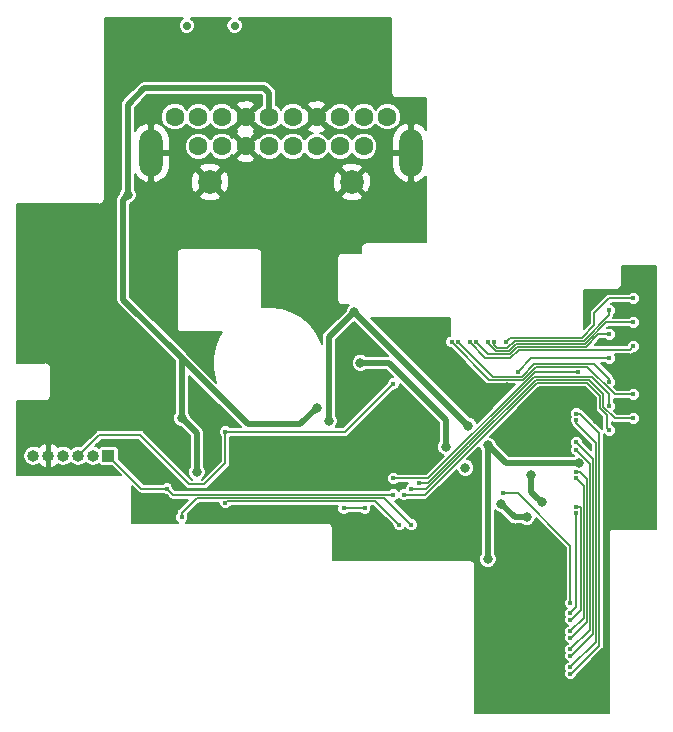
<source format=gbl>
G04 #@! TF.GenerationSoftware,KiCad,Pcbnew,(5.0.1)-4*
G04 #@! TF.CreationDate,2019-04-22T09:15:48+02:00*
G04 #@! TF.ProjectId,wiihdmi_wmi,77696968646D695F776D692E6B696361,rev?*
G04 #@! TF.SameCoordinates,Original*
G04 #@! TF.FileFunction,Copper,L2,Bot,Signal*
G04 #@! TF.FilePolarity,Positive*
%FSLAX46Y46*%
G04 Gerber Fmt 4.6, Leading zero omitted, Abs format (unit mm)*
G04 Created by KiCad (PCBNEW (5.0.1)-4) date 22.04.2019 09:15:48*
%MOMM*%
%LPD*%
G01*
G04 APERTURE LIST*
G04 #@! TA.AperFunction,ComponentPad*
%ADD10R,1.000000X1.000000*%
G04 #@! TD*
G04 #@! TA.AperFunction,ComponentPad*
%ADD11O,1.000000X1.000000*%
G04 #@! TD*
G04 #@! TA.AperFunction,ComponentPad*
%ADD12C,1.600000*%
G04 #@! TD*
G04 #@! TA.AperFunction,ComponentPad*
%ADD13O,2.000000X4.000000*%
G04 #@! TD*
G04 #@! TA.AperFunction,ComponentPad*
%ADD14C,2.000000*%
G04 #@! TD*
G04 #@! TA.AperFunction,ComponentPad*
%ADD15C,0.700000*%
G04 #@! TD*
G04 #@! TA.AperFunction,ViaPad*
%ADD16C,0.800000*%
G04 #@! TD*
G04 #@! TA.AperFunction,ViaPad*
%ADD17C,0.400000*%
G04 #@! TD*
G04 #@! TA.AperFunction,Conductor*
%ADD18C,0.500000*%
G04 #@! TD*
G04 #@! TA.AperFunction,Conductor*
%ADD19C,0.127000*%
G04 #@! TD*
G04 #@! TA.AperFunction,Conductor*
%ADD20C,0.200000*%
G04 #@! TD*
G04 APERTURE END LIST*
D10*
G04 #@! TO.P,J1,1*
G04 #@! TO.N,SI*
X65024000Y-88138000D03*
D11*
G04 #@! TO.P,J1,2*
G04 #@! TO.N,SO*
X63754000Y-88138000D03*
G04 #@! TO.P,J1,3*
G04 #@! TO.N,CS*
X62484000Y-88138000D03*
G04 #@! TO.P,J1,4*
G04 #@! TO.N,CLK*
X61214000Y-88138000D03*
G04 #@! TO.P,J1,5*
G04 #@! TO.N,GND*
X59944000Y-88138000D03*
G04 #@! TO.P,J1,6*
G04 #@! TO.N,+3V3*
X58674000Y-88138000D03*
G04 #@! TD*
D12*
G04 #@! TO.P,J2,18*
G04 #@! TO.N,Net-(J2-Pad18)*
X88644000Y-59436000D03*
G04 #@! TO.P,J2,16*
G04 #@! TO.N,Net-(J2-Pad16)*
X86644000Y-59436000D03*
G04 #@! TO.P,J2,14*
G04 #@! TO.N,Net-(J2-Pad14)*
X84644000Y-59436000D03*
G04 #@! TO.P,J2,12*
G04 #@! TO.N,GND*
X82644000Y-59436000D03*
G04 #@! TO.P,J2,10*
G04 #@! TO.N,+3V3*
X80644000Y-59436000D03*
G04 #@! TO.P,J2,8*
X78644000Y-59436000D03*
G04 #@! TO.P,J2,6*
G04 #@! TO.N,GND*
X76644000Y-59436000D03*
G04 #@! TO.P,J2,4*
G04 #@! TO.N,+5V*
X74644000Y-59436000D03*
G04 #@! TO.P,J2,2*
G04 #@! TO.N,Wii_Audio_Right*
X72644000Y-59436000D03*
G04 #@! TO.P,J2,17*
G04 #@! TO.N,Net-(J2-Pad17)*
X70644000Y-59436000D03*
G04 #@! TO.P,J2,15*
G04 #@! TO.N,Net-(J2-Pad15)*
X86644000Y-61936000D03*
G04 #@! TO.P,J2,9*
G04 #@! TO.N,Wii_Pb_Chroma_Green*
X80644000Y-61936000D03*
G04 #@! TO.P,J2,5*
G04 #@! TO.N,GND*
X76644000Y-61936000D03*
G04 #@! TO.P,J2,13*
G04 #@! TO.N,+12V*
X84644000Y-61936000D03*
G04 #@! TO.P,J2,7*
G04 #@! TO.N,Wii_Y_Luma_Red*
X78644000Y-61936000D03*
G04 #@! TO.P,J2,3*
G04 #@! TO.N,Wii_Composite_Video*
X74644000Y-61936000D03*
G04 #@! TO.P,J2,1*
G04 #@! TO.N,Wii_Audio_Left*
X72644000Y-61936000D03*
G04 #@! TO.P,J2,11*
G04 #@! TO.N,Wii_Pr_Blue*
X82644000Y-61936000D03*
D13*
G04 #@! TO.P,J2,19*
G04 #@! TO.N,GND*
X68644000Y-62474000D03*
X90644000Y-62474000D03*
D14*
X73620000Y-64936000D03*
X85620000Y-64936000D03*
G04 #@! TD*
D15*
G04 #@! TO.P,SW1,1*
G04 #@! TO.N,IR_Button*
X75705000Y-51716000D03*
X71655000Y-51716000D03*
G04 #@! TD*
D16*
G04 #@! TO.N,+3V3*
X66675000Y-66040000D03*
X82677000Y-84074000D03*
X72517000Y-89535000D03*
X71247000Y-84963000D03*
X86360000Y-80264000D03*
X93599000Y-87376000D03*
X95250000Y-89154000D03*
X98298000Y-92202000D03*
X100457000Y-93345000D03*
X101727000Y-92075000D03*
X100838000Y-89789000D03*
G04 #@! TO.N,GND*
X83947000Y-87376000D03*
X85471000Y-88773000D03*
X90678000Y-85725000D03*
X94742000Y-91948000D03*
X69088000Y-74168000D03*
X72898000Y-83820000D03*
X85090000Y-78994000D03*
X81534000Y-92964000D03*
X86360000Y-94234000D03*
X65024000Y-84328000D03*
X82042000Y-70612000D03*
X79502000Y-70612000D03*
X106426000Y-85090000D03*
X99060000Y-86360000D03*
X95758000Y-83820000D03*
X68072000Y-92202000D03*
X94488000Y-81534000D03*
X98806000Y-82296000D03*
D17*
X101854000Y-87884000D03*
X101854000Y-86614000D03*
D16*
X89916000Y-77470000D03*
X101600000Y-97028000D03*
X98806000Y-97028000D03*
X100838000Y-83820000D03*
X83312000Y-76962000D03*
X109474000Y-87884000D03*
X85090000Y-56007000D03*
X109474000Y-90551000D03*
X109474000Y-92837000D03*
X99695000Y-105791000D03*
X99695000Y-108204000D03*
G04 #@! TO.N,+1V2*
X83693000Y-85217000D03*
X85852000Y-75946000D03*
X95504000Y-85598000D03*
X97155000Y-87249000D03*
X104902000Y-88773000D03*
X97155000Y-96901000D03*
D17*
G04 #@! TO.N,SI*
X89154000Y-91440000D03*
X69977000Y-90932000D03*
G04 #@! TO.N,SO*
X89662000Y-93980000D03*
X74930000Y-92084510D03*
G04 #@! TO.N,CS*
X89154000Y-82042000D03*
X74930000Y-86106000D03*
G04 #@! TO.N,CLK*
X90678000Y-93980000D03*
X71247000Y-93345000D03*
G04 #@! TO.N,+5V*
X104140000Y-100584000D03*
X98425000Y-91313000D03*
G04 #@! TO.N,TMDS_DATA2_+*
X104648000Y-84562997D03*
X104140000Y-106572003D03*
G04 #@! TO.N,TMDS_DATA2_-*
X104648000Y-85090000D03*
X104140000Y-106045000D03*
G04 #@! TO.N,TMDS_DATA1_+*
X104648000Y-86995000D03*
X104140000Y-105048003D03*
G04 #@! TO.N,TMDS_DATA1_-*
X104648000Y-87630000D03*
X104140000Y-104521000D03*
G04 #@! TO.N,TMDS_DATA0_+*
X104648000Y-89515997D03*
X104140000Y-103524003D03*
G04 #@! TO.N,TMDS_DATA0_-*
X104648000Y-90043000D03*
X104140000Y-102997000D03*
G04 #@! TO.N,TMDS_CLOCK_+*
X104648000Y-92436997D03*
X104140000Y-102000003D03*
G04 #@! TO.N,TMDS_CLOCK_-*
X104648000Y-92964000D03*
X104140000Y-101473000D03*
G04 #@! TO.N,VData2*
X97663000Y-78486000D03*
X107442000Y-75819000D03*
G04 #@! TO.N,VData3*
X97135997Y-78486000D03*
X109474000Y-76835000D03*
G04 #@! TO.N,VData1*
X98679000Y-78486000D03*
X109474000Y-74803000D03*
G04 #@! TO.N,54MHz*
X89154000Y-90043000D03*
X104775000Y-81026000D03*
G04 #@! TO.N,CSel*
X99695000Y-81026000D03*
X107442000Y-79883000D03*
G04 #@! TO.N,VData5*
X95611997Y-78486000D03*
X109474000Y-78867000D03*
G04 #@! TO.N,VData4*
X96139000Y-78486000D03*
X107442000Y-77851000D03*
G04 #@! TO.N,VData6*
X94615000Y-78486000D03*
X107442000Y-81915000D03*
G04 #@! TO.N,VData7*
X94087997Y-78486000D03*
X109474000Y-82931000D03*
G04 #@! TO.N,LRCK*
X107442000Y-83947000D03*
X91313000Y-90433500D03*
G04 #@! TO.N,AData*
X109474000Y-84963000D03*
X90678000Y-90932000D03*
G04 #@! TO.N,BCLK*
X107442000Y-85979000D03*
X90043000Y-91440000D03*
G04 #@! TO.N,Net-(R1-Pad2)*
X84963000Y-92583000D03*
X86741000Y-92583000D03*
G04 #@! TD*
D18*
G04 #@! TO.N,+3V3*
X78644000Y-59436000D02*
X78644000Y-57435000D01*
X78644000Y-57435000D02*
X78232000Y-57023000D01*
X78232000Y-57023000D02*
X68072000Y-57023000D01*
X68072000Y-57023000D02*
X66675000Y-58420000D01*
X66675000Y-58420000D02*
X66675000Y-66040000D01*
X66275001Y-66439999D02*
X66275001Y-74911001D01*
X66675000Y-66040000D02*
X66275001Y-66439999D01*
X76456792Y-85092792D02*
X76835000Y-85471000D01*
X76835000Y-85471000D02*
X81280000Y-85471000D01*
X81280000Y-85471000D02*
X82677000Y-84074000D01*
X72517000Y-89535000D02*
X72517000Y-86233000D01*
X72517000Y-86233000D02*
X71247000Y-84963000D01*
X71247000Y-84397315D02*
X71247000Y-79883000D01*
X71247000Y-84963000D02*
X71247000Y-84397315D01*
X66275001Y-74911001D02*
X71247000Y-79883000D01*
X71247000Y-79883000D02*
X76456792Y-85092792D01*
X86360000Y-80264000D02*
X88773000Y-80264000D01*
X88773000Y-80264000D02*
X93599000Y-85090000D01*
X93599000Y-85090000D02*
X93599000Y-87376000D01*
X98298000Y-92202000D02*
X99441000Y-93345000D01*
X99441000Y-93345000D02*
X100457000Y-93345000D01*
X101727000Y-92075000D02*
X101327001Y-91675001D01*
X101327001Y-91675001D02*
X100838000Y-91186000D01*
X100838000Y-91186000D02*
X100838000Y-89789000D01*
G04 #@! TO.N,+1V2*
X83693000Y-85217000D02*
X83693000Y-78105000D01*
X83693000Y-78105000D02*
X85852000Y-75946000D01*
X85852000Y-75946000D02*
X95504000Y-85598000D01*
X97155000Y-87249000D02*
X98679000Y-88773000D01*
X98679000Y-88773000D02*
X104902000Y-88773000D01*
X97155000Y-87249000D02*
X97155000Y-96901000D01*
D19*
G04 #@! TO.N,SI*
X89154000Y-91440000D02*
X75946000Y-91440000D01*
X75946000Y-91440000D02*
X70485000Y-91440000D01*
X70485000Y-91440000D02*
X69977000Y-90932000D01*
X67818000Y-90932000D02*
X65024000Y-88138000D01*
X69977000Y-90932000D02*
X67818000Y-90932000D01*
G04 #@! TO.N,SO*
X89662000Y-93980000D02*
X87630020Y-91948020D01*
X87630020Y-91948020D02*
X84963000Y-91948020D01*
X84963000Y-91948020D02*
X75066490Y-91948020D01*
X75066490Y-91948020D02*
X74930000Y-92084510D01*
G04 #@! TO.N,CS*
X89154000Y-82042000D02*
X85090000Y-86106000D01*
X85090000Y-86106000D02*
X74930000Y-86106000D01*
X64262000Y-86360000D02*
X67691000Y-86360000D01*
X62484000Y-88138000D02*
X64262000Y-86360000D01*
X67691000Y-86360000D02*
X71882000Y-90551000D01*
X71882000Y-90551000D02*
X73152000Y-90551000D01*
X73152000Y-90551000D02*
X74930000Y-88773000D01*
X74930000Y-88773000D02*
X74930000Y-86106000D01*
G04 #@! TO.N,CLK*
X88392010Y-91694010D02*
X72517010Y-91694010D01*
X90678000Y-93980000D02*
X88392010Y-91694010D01*
X72517010Y-91694010D02*
X71247000Y-92964020D01*
X71247000Y-92964020D02*
X71247000Y-93345000D01*
G04 #@! TO.N,+5V*
X98425000Y-91313000D02*
X99695000Y-91313000D01*
X104140000Y-95758000D02*
X104140000Y-97155000D01*
X99695000Y-91313000D02*
X104140000Y-95758000D01*
X104140000Y-97028000D02*
X104140000Y-97155000D01*
X104140000Y-97155000D02*
X104140000Y-100584000D01*
G04 #@! TO.N,TMDS_DATA2_+*
X104190939Y-106572003D02*
X104140000Y-106572003D01*
X106562557Y-104200385D02*
X104190939Y-106572003D01*
X106562557Y-86194712D02*
X106562557Y-104200385D01*
X104648000Y-84562997D02*
X104930842Y-84562997D01*
X104930842Y-84562997D02*
X106562557Y-86194712D01*
G04 #@! TO.N,TMDS_DATA2_-*
X106308547Y-87033389D02*
X106308548Y-88296324D01*
X104648000Y-85090000D02*
X104648000Y-85372842D01*
X104648000Y-85372842D02*
X106308547Y-87033389D01*
X106308548Y-88296324D02*
X106308548Y-103876452D01*
X106308548Y-103876452D02*
X104140000Y-106045000D01*
G04 #@! TO.N,TMDS_DATA1_+*
X104190939Y-105048003D02*
X104140000Y-105048003D01*
X106054538Y-103184404D02*
X104190939Y-105048003D01*
X104648000Y-86995000D02*
X106054538Y-88401538D01*
X106054538Y-88401538D02*
X106054538Y-103184404D01*
G04 #@! TO.N,TMDS_DATA1_-*
X105800529Y-102860471D02*
X104140000Y-104521000D01*
X104648000Y-87630000D02*
X105800529Y-88782529D01*
X105800529Y-88782529D02*
X105800529Y-102860471D01*
G04 #@! TO.N,TMDS_DATA0_+*
X104190939Y-103524003D02*
X104140000Y-103524003D01*
X105546520Y-102168422D02*
X104190939Y-103524003D01*
X105546520Y-90131675D02*
X105546520Y-102168422D01*
X104648000Y-89515997D02*
X104930842Y-89515997D01*
X104930842Y-89515997D02*
X105546520Y-90131675D01*
G04 #@! TO.N,TMDS_DATA0_-*
X105292510Y-101844490D02*
X104140000Y-102997000D01*
X104648000Y-90043000D02*
X105292510Y-90687510D01*
X105292510Y-90687510D02*
X105292510Y-101844490D01*
G04 #@! TO.N,TMDS_CLOCK_+*
X104190939Y-102000003D02*
X104140000Y-102000003D01*
X105038501Y-101152441D02*
X104190939Y-102000003D01*
X105038501Y-92544656D02*
X105038501Y-101152441D01*
X104648000Y-92436997D02*
X104930842Y-92436997D01*
X104930842Y-92436997D02*
X105038501Y-92544656D01*
G04 #@! TO.N,TMDS_CLOCK_-*
X104648000Y-92964000D02*
X104648000Y-100965000D01*
X104648000Y-100965000D02*
X104140000Y-101473000D01*
G04 #@! TO.N,VData2*
X103102214Y-78370520D02*
X99429480Y-78370520D01*
X99429480Y-78370520D02*
X98806000Y-78994000D01*
X97663000Y-78740000D02*
X97663000Y-78486000D01*
X98806000Y-78994000D02*
X97917000Y-78994000D01*
X97917000Y-78994000D02*
X97663000Y-78740000D01*
X105249704Y-78370520D02*
X104902000Y-78370520D01*
X107442000Y-76178224D02*
X105249704Y-78370520D01*
X107442000Y-75819000D02*
X107442000Y-76178224D01*
X105117191Y-78370520D02*
X104902000Y-78370520D01*
X104902000Y-78370520D02*
X103102214Y-78370520D01*
G04 #@! TO.N,VData3*
X97135997Y-78572221D02*
X97135997Y-78486000D01*
X109474000Y-76835000D02*
X107144448Y-76835000D01*
X107144448Y-76835000D02*
X105354918Y-78624530D01*
X105354918Y-78624530D02*
X99534694Y-78624530D01*
X99534694Y-78624530D02*
X98911215Y-79248009D01*
X98911215Y-79248009D02*
X97811785Y-79248009D01*
X97811785Y-79248009D02*
X97135997Y-78572221D01*
G04 #@! TO.N,VData1*
X102997000Y-78116510D02*
X99048490Y-78116510D01*
X99048490Y-78116510D02*
X98679000Y-78486000D01*
X109474000Y-74803000D02*
X107442000Y-74803000D01*
X107442000Y-74803000D02*
X106172000Y-76073000D01*
X106172000Y-76073000D02*
X106172000Y-77089000D01*
X105144490Y-78116510D02*
X104902000Y-78116510D01*
X106172000Y-77089000D02*
X105144490Y-78116510D01*
X105011977Y-78116510D02*
X104902000Y-78116510D01*
X104902000Y-78116510D02*
X102997000Y-78116510D01*
G04 #@! TO.N,54MHz*
X92104477Y-90043000D02*
X101121477Y-81026000D01*
X89154000Y-90043000D02*
X92104477Y-90043000D01*
X101121477Y-81026000D02*
X104775000Y-81026000D01*
G04 #@! TO.N,CSel*
X100838000Y-79883000D02*
X99695000Y-81026000D01*
X107442000Y-79883000D02*
X100838000Y-79883000D01*
G04 #@! TO.N,VData5*
X95611997Y-78536939D02*
X95611997Y-78486000D01*
X96904067Y-79829009D02*
X95611997Y-78536939D01*
X99048663Y-79829009D02*
X96904067Y-79829009D01*
X99745122Y-79132550D02*
X99048663Y-79829009D01*
X109208450Y-79132550D02*
X99745122Y-79132550D01*
X109474000Y-78867000D02*
X109208450Y-79132550D01*
G04 #@! TO.N,VData4*
X107442000Y-77851000D02*
X106487672Y-77851000D01*
X106487672Y-77851000D02*
X105460132Y-78878540D01*
X105460132Y-78878540D02*
X99639908Y-78878540D01*
X99016429Y-79502019D02*
X97155019Y-79502019D01*
X99639908Y-78878540D02*
X99016429Y-79502019D01*
X97155019Y-79502019D02*
X96139000Y-78486000D01*
G04 #@! TO.N,VData6*
X97545501Y-81416501D02*
X94615000Y-78486000D01*
X101092000Y-80337029D02*
X100012528Y-81416501D01*
X100012528Y-81416501D02*
X97545501Y-81416501D01*
X106146871Y-80337029D02*
X101092000Y-80337029D01*
X107442000Y-81632158D02*
X106146871Y-80337029D01*
X107442000Y-81915000D02*
X107442000Y-81632158D01*
G04 #@! TO.N,VData7*
X101197214Y-80591039D02*
X100117742Y-81670511D01*
X100117742Y-81670511D02*
X98425000Y-81670511D01*
X94087997Y-78536939D02*
X94087997Y-78486000D01*
X98425000Y-81670511D02*
X97221569Y-81670511D01*
X97221569Y-81670511D02*
X94087997Y-78536939D01*
X105540097Y-80591039D02*
X101197214Y-80591039D01*
X107880058Y-82931000D02*
X105540097Y-80591039D01*
X109474000Y-82931000D02*
X107880058Y-82931000D01*
G04 #@! TO.N,LRCK*
X107442000Y-83947000D02*
X107442000Y-82931000D01*
X107442000Y-82931000D02*
X106172000Y-81661000D01*
X105927501Y-81416501D02*
X101090200Y-81416501D01*
X106172000Y-81661000D02*
X105927501Y-81416501D01*
X101090200Y-81416501D02*
X100587851Y-81918850D01*
X100587851Y-81918850D02*
X92073201Y-90433500D01*
X92073201Y-90433500D02*
X91313000Y-90433500D01*
G04 #@! TO.N,AData*
X107880058Y-84963000D02*
X106934000Y-84016942D01*
X109474000Y-84963000D02*
X107880058Y-84963000D01*
X106934000Y-84016942D02*
X106934000Y-83312000D01*
X106934000Y-83312000D02*
X106934000Y-82931000D01*
X106934000Y-82931000D02*
X105673511Y-81670511D01*
X105673511Y-81670511D02*
X102997000Y-81670511D01*
X101195414Y-81670511D02*
X100841860Y-82024065D01*
X102997000Y-81670511D02*
X101195414Y-81670511D01*
X100841860Y-82024065D02*
X95560463Y-87305462D01*
X95560463Y-87305462D02*
X91933925Y-90932000D01*
X91933925Y-90932000D02*
X90678000Y-90932000D01*
G04 #@! TO.N,BCLK*
X107242001Y-84684167D02*
X106680000Y-84122166D01*
X107442000Y-85979000D02*
X107242001Y-85779001D01*
X107242001Y-85779001D02*
X107242001Y-84684167D01*
X106680000Y-84122166D02*
X106680000Y-83058000D01*
X106680000Y-83058000D02*
X105546521Y-81924521D01*
X105546521Y-81924521D02*
X103102214Y-81924521D01*
X101300628Y-81924521D02*
X101095869Y-82129280D01*
X103102214Y-81924521D02*
X101300628Y-81924521D01*
X101095869Y-82129280D02*
X91785149Y-91440000D01*
X91785149Y-91440000D02*
X90043000Y-91440000D01*
G04 #@! TO.N,Net-(R1-Pad2)*
X84963000Y-92583000D02*
X86741000Y-92583000D01*
G04 #@! TD*
D20*
G04 #@! TO.N,GND*
G36*
X111360000Y-94317000D02*
X107864858Y-94317000D01*
X107823000Y-94308674D01*
X107781143Y-94317000D01*
X107781142Y-94317000D01*
X107657173Y-94341659D01*
X107516592Y-94435592D01*
X107422659Y-94576173D01*
X107389674Y-94742000D01*
X107398001Y-94783863D01*
X107398000Y-109938000D01*
X96056000Y-109938000D01*
X96056000Y-97450858D01*
X96064326Y-97409000D01*
X96031341Y-97243173D01*
X95937408Y-97102592D01*
X95796827Y-97008659D01*
X95672858Y-96984000D01*
X95672857Y-96984000D01*
X95631000Y-96975674D01*
X95589142Y-96984000D01*
X83991000Y-96984000D01*
X83991000Y-94275858D01*
X83999326Y-94234000D01*
X83966341Y-94068173D01*
X83872408Y-93927592D01*
X83731827Y-93833659D01*
X83607858Y-93809000D01*
X83607857Y-93809000D01*
X83566000Y-93800674D01*
X83524142Y-93809000D01*
X71560817Y-93809000D01*
X71713267Y-93656550D01*
X71797000Y-93454402D01*
X71797000Y-93235598D01*
X71727642Y-93068154D01*
X72688288Y-92107510D01*
X74380000Y-92107510D01*
X74380000Y-92193912D01*
X74463733Y-92396060D01*
X74618450Y-92550777D01*
X74820598Y-92634510D01*
X75039402Y-92634510D01*
X75241550Y-92550777D01*
X75396267Y-92396060D01*
X75410574Y-92361520D01*
X84459425Y-92361520D01*
X84413000Y-92473598D01*
X84413000Y-92692402D01*
X84496733Y-92894550D01*
X84651450Y-93049267D01*
X84853598Y-93133000D01*
X85072402Y-93133000D01*
X85274550Y-93049267D01*
X85327317Y-92996500D01*
X86376683Y-92996500D01*
X86429450Y-93049267D01*
X86631598Y-93133000D01*
X86850402Y-93133000D01*
X87052550Y-93049267D01*
X87207267Y-92894550D01*
X87291000Y-92692402D01*
X87291000Y-92473598D01*
X87244575Y-92361520D01*
X87458744Y-92361520D01*
X89112000Y-94014777D01*
X89112000Y-94089402D01*
X89195733Y-94291550D01*
X89350450Y-94446267D01*
X89552598Y-94530000D01*
X89771402Y-94530000D01*
X89973550Y-94446267D01*
X90128267Y-94291550D01*
X90170000Y-94190798D01*
X90211733Y-94291550D01*
X90366450Y-94446267D01*
X90568598Y-94530000D01*
X90787402Y-94530000D01*
X90989550Y-94446267D01*
X91144267Y-94291550D01*
X91228000Y-94089402D01*
X91228000Y-93870598D01*
X91144267Y-93668450D01*
X90989550Y-93513733D01*
X90787402Y-93430000D01*
X90712777Y-93430000D01*
X89270031Y-91987254D01*
X89465550Y-91906267D01*
X89598500Y-91773317D01*
X89731450Y-91906267D01*
X89933598Y-91990000D01*
X90152402Y-91990000D01*
X90354550Y-91906267D01*
X90407317Y-91853500D01*
X91744432Y-91853500D01*
X91785149Y-91861599D01*
X91825866Y-91853500D01*
X91825871Y-91853500D01*
X91946488Y-91829508D01*
X92083265Y-91738116D01*
X92106334Y-91703591D01*
X94501975Y-89307951D01*
X94614181Y-89578841D01*
X94825159Y-89789819D01*
X95100816Y-89904000D01*
X95399184Y-89904000D01*
X95674841Y-89789819D01*
X95885819Y-89578841D01*
X96000000Y-89303184D01*
X96000000Y-89004816D01*
X95885819Y-88729159D01*
X95674841Y-88518181D01*
X95403951Y-88405975D01*
X96406975Y-87402951D01*
X96519181Y-87673841D01*
X96555000Y-87709660D01*
X96555001Y-96440339D01*
X96519181Y-96476159D01*
X96405000Y-96751816D01*
X96405000Y-97050184D01*
X96519181Y-97325841D01*
X96730159Y-97536819D01*
X97005816Y-97651000D01*
X97304184Y-97651000D01*
X97579841Y-97536819D01*
X97790819Y-97325841D01*
X97905000Y-97050184D01*
X97905000Y-96751816D01*
X97790819Y-96476159D01*
X97755000Y-96440340D01*
X97755000Y-92719660D01*
X97873159Y-92837819D01*
X98148816Y-92952000D01*
X98199473Y-92952000D01*
X98974953Y-93727481D01*
X99008425Y-93777575D01*
X99206892Y-93910187D01*
X99381909Y-93945000D01*
X99381913Y-93945000D01*
X99440999Y-93956753D01*
X99500086Y-93945000D01*
X99996340Y-93945000D01*
X100032159Y-93980819D01*
X100307816Y-94095000D01*
X100606184Y-94095000D01*
X100881841Y-93980819D01*
X101092819Y-93769841D01*
X101207000Y-93494184D01*
X101207000Y-93409777D01*
X103726500Y-95929278D01*
X103726501Y-96987275D01*
X103726500Y-96987279D01*
X103726500Y-97114279D01*
X103726501Y-100219682D01*
X103673733Y-100272450D01*
X103590000Y-100474598D01*
X103590000Y-100693402D01*
X103673733Y-100895550D01*
X103806683Y-101028500D01*
X103673733Y-101161450D01*
X103590000Y-101363598D01*
X103590000Y-101582402D01*
X103653831Y-101736502D01*
X103590000Y-101890601D01*
X103590000Y-102109405D01*
X103673733Y-102311553D01*
X103828450Y-102466270D01*
X103906263Y-102498502D01*
X103828450Y-102530733D01*
X103673733Y-102685450D01*
X103590000Y-102887598D01*
X103590000Y-103106402D01*
X103653831Y-103260501D01*
X103590000Y-103414601D01*
X103590000Y-103633405D01*
X103673733Y-103835553D01*
X103828450Y-103990270D01*
X103906263Y-104022502D01*
X103828450Y-104054733D01*
X103673733Y-104209450D01*
X103590000Y-104411598D01*
X103590000Y-104630402D01*
X103653831Y-104784501D01*
X103590000Y-104938601D01*
X103590000Y-105157405D01*
X103673733Y-105359553D01*
X103828450Y-105514270D01*
X103906263Y-105546502D01*
X103828450Y-105578733D01*
X103673733Y-105733450D01*
X103590000Y-105935598D01*
X103590000Y-106154402D01*
X103653831Y-106308501D01*
X103590000Y-106462601D01*
X103590000Y-106681405D01*
X103673733Y-106883553D01*
X103828450Y-107038270D01*
X104030598Y-107122003D01*
X104249402Y-107122003D01*
X104451550Y-107038270D01*
X104606267Y-106883553D01*
X104690000Y-106681405D01*
X104690000Y-106657718D01*
X106826154Y-104521566D01*
X106860673Y-104498501D01*
X106883738Y-104463982D01*
X106883740Y-104463980D01*
X106952064Y-104361726D01*
X106952064Y-104361725D01*
X106952065Y-104361724D01*
X106976057Y-104241107D01*
X106976057Y-104241103D01*
X106984156Y-104200386D01*
X106976057Y-104159669D01*
X106976057Y-86290874D01*
X107130450Y-86445267D01*
X107332598Y-86529000D01*
X107551402Y-86529000D01*
X107753550Y-86445267D01*
X107908267Y-86290550D01*
X107992000Y-86088402D01*
X107992000Y-85869598D01*
X107908267Y-85667450D01*
X107753550Y-85512733D01*
X107655501Y-85472120D01*
X107655501Y-85310267D01*
X107718719Y-85352508D01*
X107839336Y-85376500D01*
X107839340Y-85376500D01*
X107880057Y-85384599D01*
X107920774Y-85376500D01*
X109109683Y-85376500D01*
X109162450Y-85429267D01*
X109364598Y-85513000D01*
X109583402Y-85513000D01*
X109785550Y-85429267D01*
X109940267Y-85274550D01*
X110024000Y-85072402D01*
X110024000Y-84853598D01*
X109940267Y-84651450D01*
X109785550Y-84496733D01*
X109583402Y-84413000D01*
X109364598Y-84413000D01*
X109162450Y-84496733D01*
X109109683Y-84549500D01*
X108051335Y-84549500D01*
X107834326Y-84332491D01*
X107908267Y-84258550D01*
X107992000Y-84056402D01*
X107992000Y-83837598D01*
X107908267Y-83635450D01*
X107855500Y-83582683D01*
X107855500Y-83347714D01*
X107880058Y-83352599D01*
X107920775Y-83344500D01*
X109109683Y-83344500D01*
X109162450Y-83397267D01*
X109364598Y-83481000D01*
X109583402Y-83481000D01*
X109785550Y-83397267D01*
X109940267Y-83242550D01*
X110024000Y-83040402D01*
X110024000Y-82821598D01*
X109940267Y-82619450D01*
X109785550Y-82464733D01*
X109583402Y-82381000D01*
X109364598Y-82381000D01*
X109162450Y-82464733D01*
X109109683Y-82517500D01*
X108051335Y-82517500D01*
X107834326Y-82300491D01*
X107908267Y-82226550D01*
X107992000Y-82024402D01*
X107992000Y-81805598D01*
X107908267Y-81603450D01*
X107845381Y-81540564D01*
X107831508Y-81470819D01*
X107740116Y-81334042D01*
X107705594Y-81310975D01*
X106691118Y-80296500D01*
X107077683Y-80296500D01*
X107130450Y-80349267D01*
X107332598Y-80433000D01*
X107551402Y-80433000D01*
X107753550Y-80349267D01*
X107908267Y-80194550D01*
X107992000Y-79992402D01*
X107992000Y-79773598D01*
X107908267Y-79571450D01*
X107882867Y-79546050D01*
X109167733Y-79546050D01*
X109208450Y-79554149D01*
X109249167Y-79546050D01*
X109249172Y-79546050D01*
X109369789Y-79522058D01*
X109506566Y-79430666D01*
X109515697Y-79417000D01*
X109583402Y-79417000D01*
X109785550Y-79333267D01*
X109940267Y-79178550D01*
X110024000Y-78976402D01*
X110024000Y-78757598D01*
X109940267Y-78555450D01*
X109785550Y-78400733D01*
X109583402Y-78317000D01*
X109364598Y-78317000D01*
X109162450Y-78400733D01*
X109007733Y-78555450D01*
X108939967Y-78719050D01*
X106204398Y-78719050D01*
X106658949Y-78264500D01*
X107077683Y-78264500D01*
X107130450Y-78317267D01*
X107332598Y-78401000D01*
X107551402Y-78401000D01*
X107753550Y-78317267D01*
X107908267Y-78162550D01*
X107992000Y-77960402D01*
X107992000Y-77741598D01*
X107908267Y-77539450D01*
X107753550Y-77384733D01*
X107551402Y-77301000D01*
X107332598Y-77301000D01*
X107214170Y-77350055D01*
X107315725Y-77248500D01*
X109109683Y-77248500D01*
X109162450Y-77301267D01*
X109364598Y-77385000D01*
X109583402Y-77385000D01*
X109785550Y-77301267D01*
X109940267Y-77146550D01*
X110024000Y-76944402D01*
X110024000Y-76725598D01*
X109940267Y-76523450D01*
X109785550Y-76368733D01*
X109583402Y-76285000D01*
X109364598Y-76285000D01*
X109162450Y-76368733D01*
X109109683Y-76421500D01*
X107776759Y-76421500D01*
X107831508Y-76339563D01*
X107855500Y-76218946D01*
X107855500Y-76218941D01*
X107863599Y-76178224D01*
X107863100Y-76175717D01*
X107908267Y-76130550D01*
X107992000Y-75928402D01*
X107992000Y-75709598D01*
X107908267Y-75507450D01*
X107753550Y-75352733D01*
X107558032Y-75271746D01*
X107613278Y-75216500D01*
X109109683Y-75216500D01*
X109162450Y-75269267D01*
X109364598Y-75353000D01*
X109583402Y-75353000D01*
X109785550Y-75269267D01*
X109940267Y-75114550D01*
X110024000Y-74912402D01*
X110024000Y-74693598D01*
X109940267Y-74491450D01*
X109785550Y-74336733D01*
X109583402Y-74253000D01*
X109364598Y-74253000D01*
X109162450Y-74336733D01*
X109109683Y-74389500D01*
X107482716Y-74389500D01*
X107441999Y-74381401D01*
X107401282Y-74389500D01*
X107401278Y-74389500D01*
X107280661Y-74413492D01*
X107280660Y-74413493D01*
X107280659Y-74413493D01*
X107178405Y-74481817D01*
X107178403Y-74481819D01*
X107143884Y-74504884D01*
X107120819Y-74539403D01*
X105908409Y-75751815D01*
X105873884Y-75774884D01*
X105782492Y-75911662D01*
X105758500Y-76032279D01*
X105758500Y-76032283D01*
X105750401Y-76073000D01*
X105758500Y-76113717D01*
X105758501Y-76917722D01*
X105302000Y-77374224D01*
X105302000Y-74060000D01*
X108037606Y-74060000D01*
X108077000Y-74067836D01*
X108116394Y-74060000D01*
X108233072Y-74036791D01*
X108365384Y-73948384D01*
X108453791Y-73816072D01*
X108484836Y-73660000D01*
X108477000Y-73620606D01*
X108477000Y-72028000D01*
X111360001Y-72028000D01*
X111360000Y-94317000D01*
X111360000Y-94317000D01*
G37*
X111360000Y-94317000D02*
X107864858Y-94317000D01*
X107823000Y-94308674D01*
X107781143Y-94317000D01*
X107781142Y-94317000D01*
X107657173Y-94341659D01*
X107516592Y-94435592D01*
X107422659Y-94576173D01*
X107389674Y-94742000D01*
X107398001Y-94783863D01*
X107398000Y-109938000D01*
X96056000Y-109938000D01*
X96056000Y-97450858D01*
X96064326Y-97409000D01*
X96031341Y-97243173D01*
X95937408Y-97102592D01*
X95796827Y-97008659D01*
X95672858Y-96984000D01*
X95672857Y-96984000D01*
X95631000Y-96975674D01*
X95589142Y-96984000D01*
X83991000Y-96984000D01*
X83991000Y-94275858D01*
X83999326Y-94234000D01*
X83966341Y-94068173D01*
X83872408Y-93927592D01*
X83731827Y-93833659D01*
X83607858Y-93809000D01*
X83607857Y-93809000D01*
X83566000Y-93800674D01*
X83524142Y-93809000D01*
X71560817Y-93809000D01*
X71713267Y-93656550D01*
X71797000Y-93454402D01*
X71797000Y-93235598D01*
X71727642Y-93068154D01*
X72688288Y-92107510D01*
X74380000Y-92107510D01*
X74380000Y-92193912D01*
X74463733Y-92396060D01*
X74618450Y-92550777D01*
X74820598Y-92634510D01*
X75039402Y-92634510D01*
X75241550Y-92550777D01*
X75396267Y-92396060D01*
X75410574Y-92361520D01*
X84459425Y-92361520D01*
X84413000Y-92473598D01*
X84413000Y-92692402D01*
X84496733Y-92894550D01*
X84651450Y-93049267D01*
X84853598Y-93133000D01*
X85072402Y-93133000D01*
X85274550Y-93049267D01*
X85327317Y-92996500D01*
X86376683Y-92996500D01*
X86429450Y-93049267D01*
X86631598Y-93133000D01*
X86850402Y-93133000D01*
X87052550Y-93049267D01*
X87207267Y-92894550D01*
X87291000Y-92692402D01*
X87291000Y-92473598D01*
X87244575Y-92361520D01*
X87458744Y-92361520D01*
X89112000Y-94014777D01*
X89112000Y-94089402D01*
X89195733Y-94291550D01*
X89350450Y-94446267D01*
X89552598Y-94530000D01*
X89771402Y-94530000D01*
X89973550Y-94446267D01*
X90128267Y-94291550D01*
X90170000Y-94190798D01*
X90211733Y-94291550D01*
X90366450Y-94446267D01*
X90568598Y-94530000D01*
X90787402Y-94530000D01*
X90989550Y-94446267D01*
X91144267Y-94291550D01*
X91228000Y-94089402D01*
X91228000Y-93870598D01*
X91144267Y-93668450D01*
X90989550Y-93513733D01*
X90787402Y-93430000D01*
X90712777Y-93430000D01*
X89270031Y-91987254D01*
X89465550Y-91906267D01*
X89598500Y-91773317D01*
X89731450Y-91906267D01*
X89933598Y-91990000D01*
X90152402Y-91990000D01*
X90354550Y-91906267D01*
X90407317Y-91853500D01*
X91744432Y-91853500D01*
X91785149Y-91861599D01*
X91825866Y-91853500D01*
X91825871Y-91853500D01*
X91946488Y-91829508D01*
X92083265Y-91738116D01*
X92106334Y-91703591D01*
X94501975Y-89307951D01*
X94614181Y-89578841D01*
X94825159Y-89789819D01*
X95100816Y-89904000D01*
X95399184Y-89904000D01*
X95674841Y-89789819D01*
X95885819Y-89578841D01*
X96000000Y-89303184D01*
X96000000Y-89004816D01*
X95885819Y-88729159D01*
X95674841Y-88518181D01*
X95403951Y-88405975D01*
X96406975Y-87402951D01*
X96519181Y-87673841D01*
X96555000Y-87709660D01*
X96555001Y-96440339D01*
X96519181Y-96476159D01*
X96405000Y-96751816D01*
X96405000Y-97050184D01*
X96519181Y-97325841D01*
X96730159Y-97536819D01*
X97005816Y-97651000D01*
X97304184Y-97651000D01*
X97579841Y-97536819D01*
X97790819Y-97325841D01*
X97905000Y-97050184D01*
X97905000Y-96751816D01*
X97790819Y-96476159D01*
X97755000Y-96440340D01*
X97755000Y-92719660D01*
X97873159Y-92837819D01*
X98148816Y-92952000D01*
X98199473Y-92952000D01*
X98974953Y-93727481D01*
X99008425Y-93777575D01*
X99206892Y-93910187D01*
X99381909Y-93945000D01*
X99381913Y-93945000D01*
X99440999Y-93956753D01*
X99500086Y-93945000D01*
X99996340Y-93945000D01*
X100032159Y-93980819D01*
X100307816Y-94095000D01*
X100606184Y-94095000D01*
X100881841Y-93980819D01*
X101092819Y-93769841D01*
X101207000Y-93494184D01*
X101207000Y-93409777D01*
X103726500Y-95929278D01*
X103726501Y-96987275D01*
X103726500Y-96987279D01*
X103726500Y-97114279D01*
X103726501Y-100219682D01*
X103673733Y-100272450D01*
X103590000Y-100474598D01*
X103590000Y-100693402D01*
X103673733Y-100895550D01*
X103806683Y-101028500D01*
X103673733Y-101161450D01*
X103590000Y-101363598D01*
X103590000Y-101582402D01*
X103653831Y-101736502D01*
X103590000Y-101890601D01*
X103590000Y-102109405D01*
X103673733Y-102311553D01*
X103828450Y-102466270D01*
X103906263Y-102498502D01*
X103828450Y-102530733D01*
X103673733Y-102685450D01*
X103590000Y-102887598D01*
X103590000Y-103106402D01*
X103653831Y-103260501D01*
X103590000Y-103414601D01*
X103590000Y-103633405D01*
X103673733Y-103835553D01*
X103828450Y-103990270D01*
X103906263Y-104022502D01*
X103828450Y-104054733D01*
X103673733Y-104209450D01*
X103590000Y-104411598D01*
X103590000Y-104630402D01*
X103653831Y-104784501D01*
X103590000Y-104938601D01*
X103590000Y-105157405D01*
X103673733Y-105359553D01*
X103828450Y-105514270D01*
X103906263Y-105546502D01*
X103828450Y-105578733D01*
X103673733Y-105733450D01*
X103590000Y-105935598D01*
X103590000Y-106154402D01*
X103653831Y-106308501D01*
X103590000Y-106462601D01*
X103590000Y-106681405D01*
X103673733Y-106883553D01*
X103828450Y-107038270D01*
X104030598Y-107122003D01*
X104249402Y-107122003D01*
X104451550Y-107038270D01*
X104606267Y-106883553D01*
X104690000Y-106681405D01*
X104690000Y-106657718D01*
X106826154Y-104521566D01*
X106860673Y-104498501D01*
X106883738Y-104463982D01*
X106883740Y-104463980D01*
X106952064Y-104361726D01*
X106952064Y-104361725D01*
X106952065Y-104361724D01*
X106976057Y-104241107D01*
X106976057Y-104241103D01*
X106984156Y-104200386D01*
X106976057Y-104159669D01*
X106976057Y-86290874D01*
X107130450Y-86445267D01*
X107332598Y-86529000D01*
X107551402Y-86529000D01*
X107753550Y-86445267D01*
X107908267Y-86290550D01*
X107992000Y-86088402D01*
X107992000Y-85869598D01*
X107908267Y-85667450D01*
X107753550Y-85512733D01*
X107655501Y-85472120D01*
X107655501Y-85310267D01*
X107718719Y-85352508D01*
X107839336Y-85376500D01*
X107839340Y-85376500D01*
X107880057Y-85384599D01*
X107920774Y-85376500D01*
X109109683Y-85376500D01*
X109162450Y-85429267D01*
X109364598Y-85513000D01*
X109583402Y-85513000D01*
X109785550Y-85429267D01*
X109940267Y-85274550D01*
X110024000Y-85072402D01*
X110024000Y-84853598D01*
X109940267Y-84651450D01*
X109785550Y-84496733D01*
X109583402Y-84413000D01*
X109364598Y-84413000D01*
X109162450Y-84496733D01*
X109109683Y-84549500D01*
X108051335Y-84549500D01*
X107834326Y-84332491D01*
X107908267Y-84258550D01*
X107992000Y-84056402D01*
X107992000Y-83837598D01*
X107908267Y-83635450D01*
X107855500Y-83582683D01*
X107855500Y-83347714D01*
X107880058Y-83352599D01*
X107920775Y-83344500D01*
X109109683Y-83344500D01*
X109162450Y-83397267D01*
X109364598Y-83481000D01*
X109583402Y-83481000D01*
X109785550Y-83397267D01*
X109940267Y-83242550D01*
X110024000Y-83040402D01*
X110024000Y-82821598D01*
X109940267Y-82619450D01*
X109785550Y-82464733D01*
X109583402Y-82381000D01*
X109364598Y-82381000D01*
X109162450Y-82464733D01*
X109109683Y-82517500D01*
X108051335Y-82517500D01*
X107834326Y-82300491D01*
X107908267Y-82226550D01*
X107992000Y-82024402D01*
X107992000Y-81805598D01*
X107908267Y-81603450D01*
X107845381Y-81540564D01*
X107831508Y-81470819D01*
X107740116Y-81334042D01*
X107705594Y-81310975D01*
X106691118Y-80296500D01*
X107077683Y-80296500D01*
X107130450Y-80349267D01*
X107332598Y-80433000D01*
X107551402Y-80433000D01*
X107753550Y-80349267D01*
X107908267Y-80194550D01*
X107992000Y-79992402D01*
X107992000Y-79773598D01*
X107908267Y-79571450D01*
X107882867Y-79546050D01*
X109167733Y-79546050D01*
X109208450Y-79554149D01*
X109249167Y-79546050D01*
X109249172Y-79546050D01*
X109369789Y-79522058D01*
X109506566Y-79430666D01*
X109515697Y-79417000D01*
X109583402Y-79417000D01*
X109785550Y-79333267D01*
X109940267Y-79178550D01*
X110024000Y-78976402D01*
X110024000Y-78757598D01*
X109940267Y-78555450D01*
X109785550Y-78400733D01*
X109583402Y-78317000D01*
X109364598Y-78317000D01*
X109162450Y-78400733D01*
X109007733Y-78555450D01*
X108939967Y-78719050D01*
X106204398Y-78719050D01*
X106658949Y-78264500D01*
X107077683Y-78264500D01*
X107130450Y-78317267D01*
X107332598Y-78401000D01*
X107551402Y-78401000D01*
X107753550Y-78317267D01*
X107908267Y-78162550D01*
X107992000Y-77960402D01*
X107992000Y-77741598D01*
X107908267Y-77539450D01*
X107753550Y-77384733D01*
X107551402Y-77301000D01*
X107332598Y-77301000D01*
X107214170Y-77350055D01*
X107315725Y-77248500D01*
X109109683Y-77248500D01*
X109162450Y-77301267D01*
X109364598Y-77385000D01*
X109583402Y-77385000D01*
X109785550Y-77301267D01*
X109940267Y-77146550D01*
X110024000Y-76944402D01*
X110024000Y-76725598D01*
X109940267Y-76523450D01*
X109785550Y-76368733D01*
X109583402Y-76285000D01*
X109364598Y-76285000D01*
X109162450Y-76368733D01*
X109109683Y-76421500D01*
X107776759Y-76421500D01*
X107831508Y-76339563D01*
X107855500Y-76218946D01*
X107855500Y-76218941D01*
X107863599Y-76178224D01*
X107863100Y-76175717D01*
X107908267Y-76130550D01*
X107992000Y-75928402D01*
X107992000Y-75709598D01*
X107908267Y-75507450D01*
X107753550Y-75352733D01*
X107558032Y-75271746D01*
X107613278Y-75216500D01*
X109109683Y-75216500D01*
X109162450Y-75269267D01*
X109364598Y-75353000D01*
X109583402Y-75353000D01*
X109785550Y-75269267D01*
X109940267Y-75114550D01*
X110024000Y-74912402D01*
X110024000Y-74693598D01*
X109940267Y-74491450D01*
X109785550Y-74336733D01*
X109583402Y-74253000D01*
X109364598Y-74253000D01*
X109162450Y-74336733D01*
X109109683Y-74389500D01*
X107482716Y-74389500D01*
X107441999Y-74381401D01*
X107401282Y-74389500D01*
X107401278Y-74389500D01*
X107280661Y-74413492D01*
X107280660Y-74413493D01*
X107280659Y-74413493D01*
X107178405Y-74481817D01*
X107178403Y-74481819D01*
X107143884Y-74504884D01*
X107120819Y-74539403D01*
X105908409Y-75751815D01*
X105873884Y-75774884D01*
X105782492Y-75911662D01*
X105758500Y-76032279D01*
X105758500Y-76032283D01*
X105750401Y-76073000D01*
X105758500Y-76113717D01*
X105758501Y-76917722D01*
X105302000Y-77374224D01*
X105302000Y-74060000D01*
X108037606Y-74060000D01*
X108077000Y-74067836D01*
X108116394Y-74060000D01*
X108233072Y-74036791D01*
X108365384Y-73948384D01*
X108453791Y-73816072D01*
X108484836Y-73660000D01*
X108477000Y-73620606D01*
X108477000Y-72028000D01*
X111360001Y-72028000D01*
X111360000Y-94317000D01*
G36*
X67496816Y-91195593D02*
X67519884Y-91230116D01*
X67656661Y-91321508D01*
X67777278Y-91345500D01*
X67777283Y-91345500D01*
X67818000Y-91353599D01*
X67858717Y-91345500D01*
X69612683Y-91345500D01*
X69665450Y-91398267D01*
X69867598Y-91482000D01*
X69942223Y-91482000D01*
X70163819Y-91703596D01*
X70186884Y-91738116D01*
X70221403Y-91761181D01*
X70221405Y-91761183D01*
X70323659Y-91829507D01*
X70323660Y-91829507D01*
X70323661Y-91829508D01*
X70444278Y-91853500D01*
X70444282Y-91853500D01*
X70484999Y-91861599D01*
X70525716Y-91853500D01*
X71772743Y-91853500D01*
X70983409Y-92642835D01*
X70948884Y-92665904D01*
X70857492Y-92802682D01*
X70833500Y-92923299D01*
X70833500Y-92923303D01*
X70825401Y-92964020D01*
X70829509Y-92984674D01*
X70780733Y-93033450D01*
X70697000Y-93235598D01*
X70697000Y-93454402D01*
X70780733Y-93656550D01*
X70933183Y-93809000D01*
X66973000Y-93809000D01*
X66973000Y-90671777D01*
X67496816Y-91195593D01*
X67496816Y-91195593D01*
G37*
X67496816Y-91195593D02*
X67519884Y-91230116D01*
X67656661Y-91321508D01*
X67777278Y-91345500D01*
X67777283Y-91345500D01*
X67818000Y-91353599D01*
X67858717Y-91345500D01*
X69612683Y-91345500D01*
X69665450Y-91398267D01*
X69867598Y-91482000D01*
X69942223Y-91482000D01*
X70163819Y-91703596D01*
X70186884Y-91738116D01*
X70221403Y-91761181D01*
X70221405Y-91761183D01*
X70323659Y-91829507D01*
X70323660Y-91829507D01*
X70323661Y-91829508D01*
X70444278Y-91853500D01*
X70444282Y-91853500D01*
X70484999Y-91861599D01*
X70525716Y-91853500D01*
X71772743Y-91853500D01*
X70983409Y-92642835D01*
X70948884Y-92665904D01*
X70857492Y-92802682D01*
X70833500Y-92923299D01*
X70833500Y-92923303D01*
X70825401Y-92964020D01*
X70829509Y-92984674D01*
X70780733Y-93033450D01*
X70697000Y-93235598D01*
X70697000Y-93454402D01*
X70780733Y-93656550D01*
X70933183Y-93809000D01*
X66973000Y-93809000D01*
X66973000Y-90671777D01*
X67496816Y-91195593D01*
G36*
X92999000Y-85338528D02*
X92999001Y-86915339D01*
X92963181Y-86951159D01*
X92849000Y-87226816D01*
X92849000Y-87525184D01*
X92963181Y-87800841D01*
X93174159Y-88011819D01*
X93440542Y-88122159D01*
X91933201Y-89629500D01*
X89518317Y-89629500D01*
X89465550Y-89576733D01*
X89263402Y-89493000D01*
X89044598Y-89493000D01*
X88842450Y-89576733D01*
X88687733Y-89731450D01*
X88604000Y-89933598D01*
X88604000Y-90152402D01*
X88687733Y-90354550D01*
X88842450Y-90509267D01*
X89044598Y-90593000D01*
X89263402Y-90593000D01*
X89465550Y-90509267D01*
X89518317Y-90456500D01*
X90388740Y-90456500D01*
X90366450Y-90465733D01*
X90211733Y-90620450D01*
X90128000Y-90822598D01*
X90128000Y-90890000D01*
X89933598Y-90890000D01*
X89731450Y-90973733D01*
X89598500Y-91106683D01*
X89465550Y-90973733D01*
X89263402Y-90890000D01*
X89044598Y-90890000D01*
X88842450Y-90973733D01*
X88789683Y-91026500D01*
X70656277Y-91026500D01*
X70527000Y-90897223D01*
X70527000Y-90822598D01*
X70443267Y-90620450D01*
X70288550Y-90465733D01*
X70086402Y-90382000D01*
X69867598Y-90382000D01*
X69665450Y-90465733D01*
X69612683Y-90518500D01*
X67989277Y-90518500D01*
X65880856Y-88410080D01*
X65880856Y-87638000D01*
X65853692Y-87501437D01*
X65776335Y-87385665D01*
X65660563Y-87308308D01*
X65524000Y-87281144D01*
X64524000Y-87281144D01*
X64387437Y-87308308D01*
X64271665Y-87385665D01*
X64236584Y-87438166D01*
X64085653Y-87337318D01*
X63905328Y-87301449D01*
X64433277Y-86773500D01*
X67519724Y-86773500D01*
X71560817Y-90814594D01*
X71583884Y-90849116D01*
X71720661Y-90940508D01*
X71841278Y-90964500D01*
X71841282Y-90964500D01*
X71881999Y-90972599D01*
X71922716Y-90964500D01*
X73111283Y-90964500D01*
X73152000Y-90972599D01*
X73192717Y-90964500D01*
X73192722Y-90964500D01*
X73313339Y-90940508D01*
X73450116Y-90849116D01*
X73473185Y-90814591D01*
X75193594Y-89094183D01*
X75228116Y-89071116D01*
X75319508Y-88934339D01*
X75343500Y-88813722D01*
X75343500Y-88813717D01*
X75351599Y-88773000D01*
X75343500Y-88732283D01*
X75343500Y-86519500D01*
X85049283Y-86519500D01*
X85090000Y-86527599D01*
X85130717Y-86519500D01*
X85130722Y-86519500D01*
X85251339Y-86495508D01*
X85388116Y-86404116D01*
X85411185Y-86369591D01*
X89188777Y-82592000D01*
X89263402Y-82592000D01*
X89465550Y-82508267D01*
X89620267Y-82353550D01*
X89704000Y-82151402D01*
X89704000Y-82043527D01*
X92999000Y-85338528D01*
X92999000Y-85338528D01*
G37*
X92999000Y-85338528D02*
X92999001Y-86915339D01*
X92963181Y-86951159D01*
X92849000Y-87226816D01*
X92849000Y-87525184D01*
X92963181Y-87800841D01*
X93174159Y-88011819D01*
X93440542Y-88122159D01*
X91933201Y-89629500D01*
X89518317Y-89629500D01*
X89465550Y-89576733D01*
X89263402Y-89493000D01*
X89044598Y-89493000D01*
X88842450Y-89576733D01*
X88687733Y-89731450D01*
X88604000Y-89933598D01*
X88604000Y-90152402D01*
X88687733Y-90354550D01*
X88842450Y-90509267D01*
X89044598Y-90593000D01*
X89263402Y-90593000D01*
X89465550Y-90509267D01*
X89518317Y-90456500D01*
X90388740Y-90456500D01*
X90366450Y-90465733D01*
X90211733Y-90620450D01*
X90128000Y-90822598D01*
X90128000Y-90890000D01*
X89933598Y-90890000D01*
X89731450Y-90973733D01*
X89598500Y-91106683D01*
X89465550Y-90973733D01*
X89263402Y-90890000D01*
X89044598Y-90890000D01*
X88842450Y-90973733D01*
X88789683Y-91026500D01*
X70656277Y-91026500D01*
X70527000Y-90897223D01*
X70527000Y-90822598D01*
X70443267Y-90620450D01*
X70288550Y-90465733D01*
X70086402Y-90382000D01*
X69867598Y-90382000D01*
X69665450Y-90465733D01*
X69612683Y-90518500D01*
X67989277Y-90518500D01*
X65880856Y-88410080D01*
X65880856Y-87638000D01*
X65853692Y-87501437D01*
X65776335Y-87385665D01*
X65660563Y-87308308D01*
X65524000Y-87281144D01*
X64524000Y-87281144D01*
X64387437Y-87308308D01*
X64271665Y-87385665D01*
X64236584Y-87438166D01*
X64085653Y-87337318D01*
X63905328Y-87301449D01*
X64433277Y-86773500D01*
X67519724Y-86773500D01*
X71560817Y-90814594D01*
X71583884Y-90849116D01*
X71720661Y-90940508D01*
X71841278Y-90964500D01*
X71841282Y-90964500D01*
X71881999Y-90972599D01*
X71922716Y-90964500D01*
X73111283Y-90964500D01*
X73152000Y-90972599D01*
X73192717Y-90964500D01*
X73192722Y-90964500D01*
X73313339Y-90940508D01*
X73450116Y-90849116D01*
X73473185Y-90814591D01*
X75193594Y-89094183D01*
X75228116Y-89071116D01*
X75319508Y-88934339D01*
X75343500Y-88813722D01*
X75343500Y-88813717D01*
X75351599Y-88773000D01*
X75343500Y-88732283D01*
X75343500Y-86519500D01*
X85049283Y-86519500D01*
X85090000Y-86527599D01*
X85130717Y-86519500D01*
X85130722Y-86519500D01*
X85251339Y-86495508D01*
X85388116Y-86404116D01*
X85411185Y-86369591D01*
X89188777Y-82592000D01*
X89263402Y-82592000D01*
X89465550Y-82508267D01*
X89620267Y-82353550D01*
X89704000Y-82151402D01*
X89704000Y-82043527D01*
X92999000Y-85338528D01*
G36*
X76074311Y-85558840D02*
X76074317Y-85558844D01*
X76207973Y-85692500D01*
X75294317Y-85692500D01*
X75241550Y-85639733D01*
X75039402Y-85556000D01*
X74820598Y-85556000D01*
X74618450Y-85639733D01*
X74463733Y-85794450D01*
X74380000Y-85996598D01*
X74380000Y-86215402D01*
X74463733Y-86417550D01*
X74516501Y-86470318D01*
X74516500Y-88601723D01*
X72980724Y-90137500D01*
X72975160Y-90137500D01*
X73152819Y-89959841D01*
X73267000Y-89684184D01*
X73267000Y-89385816D01*
X73152819Y-89110159D01*
X73117000Y-89074340D01*
X73117000Y-86292086D01*
X73128753Y-86232999D01*
X73117000Y-86173913D01*
X73117000Y-86173909D01*
X73082187Y-85998892D01*
X72949575Y-85800425D01*
X72899481Y-85766953D01*
X71997000Y-84864473D01*
X71997000Y-84813816D01*
X71882819Y-84538159D01*
X71847000Y-84502340D01*
X71847000Y-81331527D01*
X76074311Y-85558840D01*
X76074311Y-85558840D01*
G37*
X76074311Y-85558840D02*
X76074317Y-85558844D01*
X76207973Y-85692500D01*
X75294317Y-85692500D01*
X75241550Y-85639733D01*
X75039402Y-85556000D01*
X74820598Y-85556000D01*
X74618450Y-85639733D01*
X74463733Y-85794450D01*
X74380000Y-85996598D01*
X74380000Y-86215402D01*
X74463733Y-86417550D01*
X74516501Y-86470318D01*
X74516500Y-88601723D01*
X72980724Y-90137500D01*
X72975160Y-90137500D01*
X73152819Y-89959841D01*
X73267000Y-89684184D01*
X73267000Y-89385816D01*
X73152819Y-89110159D01*
X73117000Y-89074340D01*
X73117000Y-86292086D01*
X73128753Y-86232999D01*
X73117000Y-86173913D01*
X73117000Y-86173909D01*
X73082187Y-85998892D01*
X72949575Y-85800425D01*
X72899481Y-85766953D01*
X71997000Y-84864473D01*
X71997000Y-84813816D01*
X71882819Y-84538159D01*
X71847000Y-84502340D01*
X71847000Y-81331527D01*
X76074311Y-85558840D01*
G36*
X71258482Y-51122568D02*
X71061568Y-51319482D01*
X70955000Y-51576761D01*
X70955000Y-51855239D01*
X71061568Y-52112518D01*
X71258482Y-52309432D01*
X71515761Y-52416000D01*
X71794239Y-52416000D01*
X72051518Y-52309432D01*
X72248432Y-52112518D01*
X72355000Y-51855239D01*
X72355000Y-51576761D01*
X72248432Y-51319482D01*
X72051518Y-51122568D01*
X71992205Y-51098000D01*
X75367795Y-51098000D01*
X75308482Y-51122568D01*
X75111568Y-51319482D01*
X75005000Y-51576761D01*
X75005000Y-51855239D01*
X75111568Y-52112518D01*
X75308482Y-52309432D01*
X75565761Y-52416000D01*
X75844239Y-52416000D01*
X76101518Y-52309432D01*
X76298432Y-52112518D01*
X76405000Y-51855239D01*
X76405000Y-51576761D01*
X76298432Y-51319482D01*
X76101518Y-51122568D01*
X76042205Y-51098000D01*
X88983001Y-51098000D01*
X88983000Y-57362142D01*
X88974674Y-57404000D01*
X89007659Y-57569827D01*
X89019927Y-57588187D01*
X89101592Y-57710408D01*
X89242173Y-57804341D01*
X89408000Y-57837326D01*
X89449857Y-57829000D01*
X91904001Y-57829000D01*
X91904001Y-60512167D01*
X91672133Y-60228078D01*
X91117077Y-59929469D01*
X91046494Y-59917188D01*
X90798000Y-60026167D01*
X90798000Y-62320000D01*
X90818000Y-62320000D01*
X90818000Y-62628000D01*
X90798000Y-62628000D01*
X90798000Y-64921833D01*
X91046494Y-65030812D01*
X91117077Y-65018531D01*
X91672133Y-64719922D01*
X91904000Y-64435833D01*
X91904000Y-70060000D01*
X86909858Y-70060000D01*
X86868000Y-70051674D01*
X86826143Y-70060000D01*
X86826142Y-70060000D01*
X86702173Y-70084659D01*
X86561592Y-70178592D01*
X86467659Y-70319173D01*
X86434674Y-70485000D01*
X86443001Y-70526862D01*
X86443000Y-70949000D01*
X84877858Y-70949000D01*
X84836000Y-70940674D01*
X84794143Y-70949000D01*
X84794142Y-70949000D01*
X84670173Y-70973659D01*
X84529592Y-71067592D01*
X84435659Y-71208173D01*
X84402674Y-71374000D01*
X84411001Y-71415863D01*
X84411000Y-74888142D01*
X84402674Y-74930000D01*
X84435659Y-75095827D01*
X84529592Y-75236408D01*
X84670173Y-75330341D01*
X84784088Y-75353000D01*
X84836000Y-75363326D01*
X84877857Y-75355000D01*
X85382340Y-75355000D01*
X85216181Y-75521159D01*
X85102000Y-75796816D01*
X85102000Y-75847472D01*
X83310520Y-77638953D01*
X83260426Y-77672425D01*
X83226954Y-77722519D01*
X83226953Y-77722520D01*
X83127814Y-77870892D01*
X83081247Y-78105000D01*
X83093001Y-78164091D01*
X83093001Y-78640582D01*
X83046767Y-78485987D01*
X82626336Y-77680062D01*
X82061092Y-76968180D01*
X81371433Y-76376025D01*
X80582242Y-75924966D01*
X79721996Y-75631276D01*
X78821734Y-75505554D01*
X78022000Y-75546766D01*
X78022000Y-71034858D01*
X78030326Y-70993000D01*
X77997341Y-70827173D01*
X77903408Y-70686592D01*
X77762827Y-70592659D01*
X77638858Y-70568000D01*
X77597000Y-70559674D01*
X77555143Y-70568000D01*
X71288857Y-70568000D01*
X71247000Y-70559674D01*
X71205142Y-70568000D01*
X71081173Y-70592659D01*
X70940592Y-70686592D01*
X70846659Y-70827173D01*
X70813674Y-70993000D01*
X70822000Y-71034858D01*
X70822001Y-77174137D01*
X70813674Y-77216000D01*
X70846659Y-77381827D01*
X70940592Y-77522408D01*
X71081173Y-77616341D01*
X71205142Y-77641000D01*
X71205143Y-77641000D01*
X71247000Y-77649326D01*
X71288858Y-77641000D01*
X74650087Y-77641000D01*
X74353017Y-78106409D01*
X74017655Y-78951282D01*
X73848105Y-79844327D01*
X73850485Y-80753322D01*
X74024708Y-81645467D01*
X74137252Y-81924724D01*
X71713049Y-79500522D01*
X71679575Y-79450425D01*
X71629481Y-79416953D01*
X66875001Y-74662474D01*
X66875001Y-66768951D01*
X67099841Y-66675819D01*
X67310819Y-66464841D01*
X67425000Y-66189184D01*
X67425000Y-66091066D01*
X72682723Y-66091066D01*
X72785174Y-66347040D01*
X73388703Y-66559105D01*
X74027445Y-66524067D01*
X74454826Y-66347040D01*
X74557277Y-66091066D01*
X84682723Y-66091066D01*
X84785174Y-66347040D01*
X85388703Y-66559105D01*
X86027445Y-66524067D01*
X86454826Y-66347040D01*
X86557277Y-66091066D01*
X85620000Y-65153789D01*
X84682723Y-66091066D01*
X74557277Y-66091066D01*
X73620000Y-65153789D01*
X72682723Y-66091066D01*
X67425000Y-66091066D01*
X67425000Y-65890816D01*
X67310819Y-65615159D01*
X67275000Y-65579340D01*
X67275000Y-64302284D01*
X67615867Y-64719922D01*
X68170923Y-65018531D01*
X68241506Y-65030812D01*
X68490000Y-64921833D01*
X68490000Y-62628000D01*
X68798000Y-62628000D01*
X68798000Y-64921833D01*
X69046494Y-65030812D01*
X69117077Y-65018531D01*
X69672133Y-64719922D01*
X69684554Y-64704703D01*
X71996895Y-64704703D01*
X72031933Y-65343445D01*
X72208960Y-65770826D01*
X72464934Y-65873277D01*
X73402211Y-64936000D01*
X73837789Y-64936000D01*
X74775066Y-65873277D01*
X75031040Y-65770826D01*
X75243105Y-65167297D01*
X75217730Y-64704703D01*
X83996895Y-64704703D01*
X84031933Y-65343445D01*
X84208960Y-65770826D01*
X84464934Y-65873277D01*
X85402211Y-64936000D01*
X85837789Y-64936000D01*
X86775066Y-65873277D01*
X87031040Y-65770826D01*
X87243105Y-65167297D01*
X87208067Y-64528555D01*
X87031040Y-64101174D01*
X86775066Y-63998723D01*
X85837789Y-64936000D01*
X85402211Y-64936000D01*
X84464934Y-63998723D01*
X84208960Y-64101174D01*
X83996895Y-64704703D01*
X75217730Y-64704703D01*
X75208067Y-64528555D01*
X75031040Y-64101174D01*
X74775066Y-63998723D01*
X73837789Y-64936000D01*
X73402211Y-64936000D01*
X72464934Y-63998723D01*
X72208960Y-64101174D01*
X71996895Y-64704703D01*
X69684554Y-64704703D01*
X70070665Y-64231632D01*
X70206057Y-63780934D01*
X72682723Y-63780934D01*
X73620000Y-64718211D01*
X74557277Y-63780934D01*
X84682723Y-63780934D01*
X85620000Y-64718211D01*
X86557277Y-63780934D01*
X86454826Y-63524960D01*
X85851297Y-63312895D01*
X85212555Y-63347933D01*
X84785174Y-63524960D01*
X84682723Y-63780934D01*
X74557277Y-63780934D01*
X74454826Y-63524960D01*
X73851297Y-63312895D01*
X73212555Y-63347933D01*
X72785174Y-63524960D01*
X72682723Y-63780934D01*
X70206057Y-63780934D01*
X70252000Y-63628000D01*
X70252000Y-62628000D01*
X68798000Y-62628000D01*
X68490000Y-62628000D01*
X68470000Y-62628000D01*
X68470000Y-62320000D01*
X68490000Y-62320000D01*
X68490000Y-60026167D01*
X68798000Y-60026167D01*
X68798000Y-62320000D01*
X70252000Y-62320000D01*
X70252000Y-61707251D01*
X71494000Y-61707251D01*
X71494000Y-62164749D01*
X71669077Y-62587423D01*
X71992577Y-62910923D01*
X72415251Y-63086000D01*
X72872749Y-63086000D01*
X73295423Y-62910923D01*
X73618923Y-62587423D01*
X73644000Y-62526882D01*
X73669077Y-62587423D01*
X73992577Y-62910923D01*
X74415251Y-63086000D01*
X74872749Y-63086000D01*
X75210814Y-62945969D01*
X75851820Y-62945969D01*
X75929643Y-63181229D01*
X76460548Y-63359815D01*
X77019382Y-63321637D01*
X77358357Y-63181229D01*
X77436180Y-62945969D01*
X76644000Y-62153789D01*
X75851820Y-62945969D01*
X75210814Y-62945969D01*
X75295423Y-62910923D01*
X75516909Y-62689437D01*
X75634031Y-62728180D01*
X76426211Y-61936000D01*
X76861789Y-61936000D01*
X77653969Y-62728180D01*
X77771091Y-62689437D01*
X77992577Y-62910923D01*
X78415251Y-63086000D01*
X78872749Y-63086000D01*
X79295423Y-62910923D01*
X79618923Y-62587423D01*
X79644000Y-62526882D01*
X79669077Y-62587423D01*
X79992577Y-62910923D01*
X80415251Y-63086000D01*
X80872749Y-63086000D01*
X81295423Y-62910923D01*
X81618923Y-62587423D01*
X81644000Y-62526882D01*
X81669077Y-62587423D01*
X81992577Y-62910923D01*
X82415251Y-63086000D01*
X82872749Y-63086000D01*
X83295423Y-62910923D01*
X83618923Y-62587423D01*
X83644000Y-62526882D01*
X83669077Y-62587423D01*
X83992577Y-62910923D01*
X84415251Y-63086000D01*
X84872749Y-63086000D01*
X85295423Y-62910923D01*
X85618923Y-62587423D01*
X85644000Y-62526882D01*
X85669077Y-62587423D01*
X85992577Y-62910923D01*
X86415251Y-63086000D01*
X86872749Y-63086000D01*
X87295423Y-62910923D01*
X87578346Y-62628000D01*
X89036000Y-62628000D01*
X89036000Y-63628000D01*
X89217335Y-64231632D01*
X89615867Y-64719922D01*
X90170923Y-65018531D01*
X90241506Y-65030812D01*
X90490000Y-64921833D01*
X90490000Y-62628000D01*
X89036000Y-62628000D01*
X87578346Y-62628000D01*
X87618923Y-62587423D01*
X87794000Y-62164749D01*
X87794000Y-61707251D01*
X87633596Y-61320000D01*
X89036000Y-61320000D01*
X89036000Y-62320000D01*
X90490000Y-62320000D01*
X90490000Y-60026167D01*
X90241506Y-59917188D01*
X90170923Y-59929469D01*
X89615867Y-60228078D01*
X89217335Y-60716368D01*
X89036000Y-61320000D01*
X87633596Y-61320000D01*
X87618923Y-61284577D01*
X87295423Y-60961077D01*
X86872749Y-60786000D01*
X86415251Y-60786000D01*
X85992577Y-60961077D01*
X85669077Y-61284577D01*
X85644000Y-61345118D01*
X85618923Y-61284577D01*
X85295423Y-60961077D01*
X84872749Y-60786000D01*
X84415251Y-60786000D01*
X83992577Y-60961077D01*
X83669077Y-61284577D01*
X83644000Y-61345118D01*
X83618923Y-61284577D01*
X83295423Y-60961077D01*
X82967364Y-60825191D01*
X83019382Y-60821637D01*
X83358357Y-60681229D01*
X83436180Y-60445969D01*
X82644000Y-59653789D01*
X81851820Y-60445969D01*
X81929643Y-60681229D01*
X82337209Y-60818326D01*
X81992577Y-60961077D01*
X81669077Y-61284577D01*
X81644000Y-61345118D01*
X81618923Y-61284577D01*
X81295423Y-60961077D01*
X80872749Y-60786000D01*
X80415251Y-60786000D01*
X79992577Y-60961077D01*
X79669077Y-61284577D01*
X79644000Y-61345118D01*
X79618923Y-61284577D01*
X79295423Y-60961077D01*
X78872749Y-60786000D01*
X78415251Y-60786000D01*
X77992577Y-60961077D01*
X77771091Y-61182563D01*
X77653969Y-61143820D01*
X76861789Y-61936000D01*
X76426211Y-61936000D01*
X75634031Y-61143820D01*
X75516909Y-61182563D01*
X75295423Y-60961077D01*
X74872749Y-60786000D01*
X74415251Y-60786000D01*
X73992577Y-60961077D01*
X73669077Y-61284577D01*
X73644000Y-61345118D01*
X73618923Y-61284577D01*
X73295423Y-60961077D01*
X72872749Y-60786000D01*
X72415251Y-60786000D01*
X71992577Y-60961077D01*
X71669077Y-61284577D01*
X71494000Y-61707251D01*
X70252000Y-61707251D01*
X70252000Y-61320000D01*
X70070665Y-60716368D01*
X69672133Y-60228078D01*
X69117077Y-59929469D01*
X69046494Y-59917188D01*
X68798000Y-60026167D01*
X68490000Y-60026167D01*
X68241506Y-59917188D01*
X68170923Y-59929469D01*
X67615867Y-60228078D01*
X67275000Y-60645716D01*
X67275000Y-59207251D01*
X69494000Y-59207251D01*
X69494000Y-59664749D01*
X69669077Y-60087423D01*
X69992577Y-60410923D01*
X70415251Y-60586000D01*
X70872749Y-60586000D01*
X71295423Y-60410923D01*
X71618923Y-60087423D01*
X71644000Y-60026882D01*
X71669077Y-60087423D01*
X71992577Y-60410923D01*
X72415251Y-60586000D01*
X72872749Y-60586000D01*
X73295423Y-60410923D01*
X73618923Y-60087423D01*
X73644000Y-60026882D01*
X73669077Y-60087423D01*
X73992577Y-60410923D01*
X74415251Y-60586000D01*
X74872749Y-60586000D01*
X75210814Y-60445969D01*
X75851820Y-60445969D01*
X75929643Y-60681229D01*
X75942356Y-60685505D01*
X75929643Y-60690771D01*
X75851820Y-60926031D01*
X76644000Y-61718211D01*
X77436180Y-60926031D01*
X77358357Y-60690771D01*
X77345644Y-60686495D01*
X77358357Y-60681229D01*
X77436180Y-60445969D01*
X76644000Y-59653789D01*
X75851820Y-60445969D01*
X75210814Y-60445969D01*
X75295423Y-60410923D01*
X75516909Y-60189437D01*
X75634031Y-60228180D01*
X76426211Y-59436000D01*
X75634031Y-58643820D01*
X75516909Y-58682563D01*
X75295423Y-58461077D01*
X75210815Y-58426031D01*
X75851820Y-58426031D01*
X76644000Y-59218211D01*
X77436180Y-58426031D01*
X77358357Y-58190771D01*
X76827452Y-58012185D01*
X76268618Y-58050363D01*
X75929643Y-58190771D01*
X75851820Y-58426031D01*
X75210815Y-58426031D01*
X74872749Y-58286000D01*
X74415251Y-58286000D01*
X73992577Y-58461077D01*
X73669077Y-58784577D01*
X73644000Y-58845118D01*
X73618923Y-58784577D01*
X73295423Y-58461077D01*
X72872749Y-58286000D01*
X72415251Y-58286000D01*
X71992577Y-58461077D01*
X71669077Y-58784577D01*
X71644000Y-58845118D01*
X71618923Y-58784577D01*
X71295423Y-58461077D01*
X70872749Y-58286000D01*
X70415251Y-58286000D01*
X69992577Y-58461077D01*
X69669077Y-58784577D01*
X69494000Y-59207251D01*
X67275000Y-59207251D01*
X67275000Y-58668527D01*
X68320528Y-57623000D01*
X77983473Y-57623000D01*
X78044001Y-57683528D01*
X78044000Y-58439777D01*
X77992577Y-58461077D01*
X77771091Y-58682563D01*
X77653969Y-58643820D01*
X76861789Y-59436000D01*
X77653969Y-60228180D01*
X77771091Y-60189437D01*
X77992577Y-60410923D01*
X78415251Y-60586000D01*
X78872749Y-60586000D01*
X79295423Y-60410923D01*
X79618923Y-60087423D01*
X79644000Y-60026882D01*
X79669077Y-60087423D01*
X79992577Y-60410923D01*
X80415251Y-60586000D01*
X80872749Y-60586000D01*
X81295423Y-60410923D01*
X81516909Y-60189437D01*
X81634031Y-60228180D01*
X82426211Y-59436000D01*
X82861789Y-59436000D01*
X83653969Y-60228180D01*
X83771091Y-60189437D01*
X83992577Y-60410923D01*
X84415251Y-60586000D01*
X84872749Y-60586000D01*
X85295423Y-60410923D01*
X85618923Y-60087423D01*
X85644000Y-60026882D01*
X85669077Y-60087423D01*
X85992577Y-60410923D01*
X86415251Y-60586000D01*
X86872749Y-60586000D01*
X87295423Y-60410923D01*
X87618923Y-60087423D01*
X87644000Y-60026882D01*
X87669077Y-60087423D01*
X87992577Y-60410923D01*
X88415251Y-60586000D01*
X88872749Y-60586000D01*
X89295423Y-60410923D01*
X89618923Y-60087423D01*
X89794000Y-59664749D01*
X89794000Y-59207251D01*
X89618923Y-58784577D01*
X89295423Y-58461077D01*
X88872749Y-58286000D01*
X88415251Y-58286000D01*
X87992577Y-58461077D01*
X87669077Y-58784577D01*
X87644000Y-58845118D01*
X87618923Y-58784577D01*
X87295423Y-58461077D01*
X86872749Y-58286000D01*
X86415251Y-58286000D01*
X85992577Y-58461077D01*
X85669077Y-58784577D01*
X85644000Y-58845118D01*
X85618923Y-58784577D01*
X85295423Y-58461077D01*
X84872749Y-58286000D01*
X84415251Y-58286000D01*
X83992577Y-58461077D01*
X83771091Y-58682563D01*
X83653969Y-58643820D01*
X82861789Y-59436000D01*
X82426211Y-59436000D01*
X81634031Y-58643820D01*
X81516909Y-58682563D01*
X81295423Y-58461077D01*
X81210815Y-58426031D01*
X81851820Y-58426031D01*
X82644000Y-59218211D01*
X83436180Y-58426031D01*
X83358357Y-58190771D01*
X82827452Y-58012185D01*
X82268618Y-58050363D01*
X81929643Y-58190771D01*
X81851820Y-58426031D01*
X81210815Y-58426031D01*
X80872749Y-58286000D01*
X80415251Y-58286000D01*
X79992577Y-58461077D01*
X79669077Y-58784577D01*
X79644000Y-58845118D01*
X79618923Y-58784577D01*
X79295423Y-58461077D01*
X79244000Y-58439777D01*
X79244000Y-57494086D01*
X79255753Y-57435000D01*
X79244000Y-57375913D01*
X79244000Y-57375909D01*
X79209187Y-57200892D01*
X79076575Y-57002425D01*
X79026481Y-56968953D01*
X78698048Y-56640521D01*
X78664575Y-56590425D01*
X78466108Y-56457813D01*
X78291091Y-56423000D01*
X78291086Y-56423000D01*
X78232000Y-56411247D01*
X78172914Y-56423000D01*
X68131085Y-56423000D01*
X68071999Y-56411247D01*
X68012913Y-56423000D01*
X68012909Y-56423000D01*
X67837892Y-56457813D01*
X67639425Y-56590425D01*
X67605953Y-56640519D01*
X66292522Y-57953951D01*
X66242425Y-57987425D01*
X66109813Y-58185893D01*
X66075000Y-58360910D01*
X66075000Y-58360914D01*
X66063247Y-58420000D01*
X66075000Y-58479086D01*
X66075001Y-65579339D01*
X66039181Y-65615159D01*
X65925000Y-65890816D01*
X65925000Y-65941473D01*
X65892522Y-65973951D01*
X65842426Y-66007424D01*
X65709814Y-66205892D01*
X65675001Y-66380909D01*
X65675001Y-66380913D01*
X65663248Y-66439999D01*
X65675001Y-66499085D01*
X65675002Y-74851910D01*
X65663248Y-74911001D01*
X65709815Y-75145109D01*
X65792597Y-75269000D01*
X65842427Y-75343576D01*
X65892521Y-75377048D01*
X70647001Y-80131529D01*
X70647000Y-84338224D01*
X70647000Y-84502340D01*
X70611181Y-84538159D01*
X70497000Y-84813816D01*
X70497000Y-85112184D01*
X70611181Y-85387841D01*
X70822159Y-85598819D01*
X71097816Y-85713000D01*
X71148473Y-85713000D01*
X71917001Y-86481529D01*
X71917000Y-89074340D01*
X71881181Y-89110159D01*
X71767000Y-89385816D01*
X71767000Y-89684184D01*
X71881181Y-89959841D01*
X72058840Y-90137500D01*
X72053277Y-90137500D01*
X68012185Y-86096409D01*
X67989116Y-86061884D01*
X67852339Y-85970492D01*
X67731722Y-85946500D01*
X67731717Y-85946500D01*
X67691000Y-85938401D01*
X67650283Y-85946500D01*
X64302717Y-85946500D01*
X64262000Y-85938401D01*
X64221283Y-85946500D01*
X64221278Y-85946500D01*
X64100661Y-85970492D01*
X63963884Y-86061884D01*
X63940817Y-86096406D01*
X62719109Y-87318114D01*
X62567715Y-87288000D01*
X62400285Y-87288000D01*
X62152347Y-87337318D01*
X61871184Y-87525184D01*
X61849000Y-87558385D01*
X61826816Y-87525184D01*
X61545653Y-87337318D01*
X61297715Y-87288000D01*
X61130285Y-87288000D01*
X60882347Y-87337318D01*
X60771883Y-87411128D01*
X60464366Y-87159779D01*
X60267751Y-87078354D01*
X60098000Y-87194485D01*
X60098000Y-87984000D01*
X60118000Y-87984000D01*
X60118000Y-88292000D01*
X60098000Y-88292000D01*
X60098000Y-89081515D01*
X60267751Y-89197646D01*
X60464366Y-89116221D01*
X60771883Y-88864872D01*
X60882347Y-88938682D01*
X61130285Y-88988000D01*
X61297715Y-88988000D01*
X61545653Y-88938682D01*
X61826816Y-88750816D01*
X61849000Y-88717615D01*
X61871184Y-88750816D01*
X62152347Y-88938682D01*
X62400285Y-88988000D01*
X62567715Y-88988000D01*
X62815653Y-88938682D01*
X63096816Y-88750816D01*
X63119000Y-88717615D01*
X63141184Y-88750816D01*
X63422347Y-88938682D01*
X63670285Y-88988000D01*
X63837715Y-88988000D01*
X64085653Y-88938682D01*
X64236584Y-88837834D01*
X64271665Y-88890335D01*
X64387437Y-88967692D01*
X64524000Y-88994856D01*
X65296080Y-88994856D01*
X66071224Y-89770000D01*
X57296000Y-89770000D01*
X57296000Y-88138000D01*
X57807348Y-88138000D01*
X57873318Y-88469653D01*
X58061184Y-88750816D01*
X58342347Y-88938682D01*
X58590285Y-88988000D01*
X58757715Y-88988000D01*
X59005653Y-88938682D01*
X59116117Y-88864872D01*
X59423634Y-89116221D01*
X59620249Y-89197646D01*
X59790000Y-89081515D01*
X59790000Y-88292000D01*
X59770000Y-88292000D01*
X59770000Y-87984000D01*
X59790000Y-87984000D01*
X59790000Y-87194485D01*
X59620249Y-87078354D01*
X59423634Y-87159779D01*
X59116117Y-87411128D01*
X59005653Y-87337318D01*
X58757715Y-87288000D01*
X58590285Y-87288000D01*
X58342347Y-87337318D01*
X58061184Y-87525184D01*
X57873318Y-87806347D01*
X57807348Y-88138000D01*
X57296000Y-88138000D01*
X57296000Y-83458000D01*
X59523664Y-83458000D01*
X59524174Y-83458341D01*
X59690000Y-83491326D01*
X59855827Y-83458341D01*
X59996408Y-83364408D01*
X60090341Y-83223827D01*
X60115000Y-83099858D01*
X60115000Y-80603142D01*
X60090341Y-80479173D01*
X59996408Y-80338592D01*
X59855826Y-80244659D01*
X59690000Y-80211674D01*
X59524173Y-80244659D01*
X59523663Y-80245000D01*
X57296000Y-80245000D01*
X57296000Y-66821000D01*
X64095664Y-66821000D01*
X64096174Y-66821341D01*
X64262000Y-66854326D01*
X64427827Y-66821341D01*
X64568408Y-66727408D01*
X64662341Y-66586827D01*
X64687000Y-66462858D01*
X64687000Y-51098000D01*
X71317795Y-51098000D01*
X71258482Y-51122568D01*
X71258482Y-51122568D01*
G37*
X71258482Y-51122568D02*
X71061568Y-51319482D01*
X70955000Y-51576761D01*
X70955000Y-51855239D01*
X71061568Y-52112518D01*
X71258482Y-52309432D01*
X71515761Y-52416000D01*
X71794239Y-52416000D01*
X72051518Y-52309432D01*
X72248432Y-52112518D01*
X72355000Y-51855239D01*
X72355000Y-51576761D01*
X72248432Y-51319482D01*
X72051518Y-51122568D01*
X71992205Y-51098000D01*
X75367795Y-51098000D01*
X75308482Y-51122568D01*
X75111568Y-51319482D01*
X75005000Y-51576761D01*
X75005000Y-51855239D01*
X75111568Y-52112518D01*
X75308482Y-52309432D01*
X75565761Y-52416000D01*
X75844239Y-52416000D01*
X76101518Y-52309432D01*
X76298432Y-52112518D01*
X76405000Y-51855239D01*
X76405000Y-51576761D01*
X76298432Y-51319482D01*
X76101518Y-51122568D01*
X76042205Y-51098000D01*
X88983001Y-51098000D01*
X88983000Y-57362142D01*
X88974674Y-57404000D01*
X89007659Y-57569827D01*
X89019927Y-57588187D01*
X89101592Y-57710408D01*
X89242173Y-57804341D01*
X89408000Y-57837326D01*
X89449857Y-57829000D01*
X91904001Y-57829000D01*
X91904001Y-60512167D01*
X91672133Y-60228078D01*
X91117077Y-59929469D01*
X91046494Y-59917188D01*
X90798000Y-60026167D01*
X90798000Y-62320000D01*
X90818000Y-62320000D01*
X90818000Y-62628000D01*
X90798000Y-62628000D01*
X90798000Y-64921833D01*
X91046494Y-65030812D01*
X91117077Y-65018531D01*
X91672133Y-64719922D01*
X91904000Y-64435833D01*
X91904000Y-70060000D01*
X86909858Y-70060000D01*
X86868000Y-70051674D01*
X86826143Y-70060000D01*
X86826142Y-70060000D01*
X86702173Y-70084659D01*
X86561592Y-70178592D01*
X86467659Y-70319173D01*
X86434674Y-70485000D01*
X86443001Y-70526862D01*
X86443000Y-70949000D01*
X84877858Y-70949000D01*
X84836000Y-70940674D01*
X84794143Y-70949000D01*
X84794142Y-70949000D01*
X84670173Y-70973659D01*
X84529592Y-71067592D01*
X84435659Y-71208173D01*
X84402674Y-71374000D01*
X84411001Y-71415863D01*
X84411000Y-74888142D01*
X84402674Y-74930000D01*
X84435659Y-75095827D01*
X84529592Y-75236408D01*
X84670173Y-75330341D01*
X84784088Y-75353000D01*
X84836000Y-75363326D01*
X84877857Y-75355000D01*
X85382340Y-75355000D01*
X85216181Y-75521159D01*
X85102000Y-75796816D01*
X85102000Y-75847472D01*
X83310520Y-77638953D01*
X83260426Y-77672425D01*
X83226954Y-77722519D01*
X83226953Y-77722520D01*
X83127814Y-77870892D01*
X83081247Y-78105000D01*
X83093001Y-78164091D01*
X83093001Y-78640582D01*
X83046767Y-78485987D01*
X82626336Y-77680062D01*
X82061092Y-76968180D01*
X81371433Y-76376025D01*
X80582242Y-75924966D01*
X79721996Y-75631276D01*
X78821734Y-75505554D01*
X78022000Y-75546766D01*
X78022000Y-71034858D01*
X78030326Y-70993000D01*
X77997341Y-70827173D01*
X77903408Y-70686592D01*
X77762827Y-70592659D01*
X77638858Y-70568000D01*
X77597000Y-70559674D01*
X77555143Y-70568000D01*
X71288857Y-70568000D01*
X71247000Y-70559674D01*
X71205142Y-70568000D01*
X71081173Y-70592659D01*
X70940592Y-70686592D01*
X70846659Y-70827173D01*
X70813674Y-70993000D01*
X70822000Y-71034858D01*
X70822001Y-77174137D01*
X70813674Y-77216000D01*
X70846659Y-77381827D01*
X70940592Y-77522408D01*
X71081173Y-77616341D01*
X71205142Y-77641000D01*
X71205143Y-77641000D01*
X71247000Y-77649326D01*
X71288858Y-77641000D01*
X74650087Y-77641000D01*
X74353017Y-78106409D01*
X74017655Y-78951282D01*
X73848105Y-79844327D01*
X73850485Y-80753322D01*
X74024708Y-81645467D01*
X74137252Y-81924724D01*
X71713049Y-79500522D01*
X71679575Y-79450425D01*
X71629481Y-79416953D01*
X66875001Y-74662474D01*
X66875001Y-66768951D01*
X67099841Y-66675819D01*
X67310819Y-66464841D01*
X67425000Y-66189184D01*
X67425000Y-66091066D01*
X72682723Y-66091066D01*
X72785174Y-66347040D01*
X73388703Y-66559105D01*
X74027445Y-66524067D01*
X74454826Y-66347040D01*
X74557277Y-66091066D01*
X84682723Y-66091066D01*
X84785174Y-66347040D01*
X85388703Y-66559105D01*
X86027445Y-66524067D01*
X86454826Y-66347040D01*
X86557277Y-66091066D01*
X85620000Y-65153789D01*
X84682723Y-66091066D01*
X74557277Y-66091066D01*
X73620000Y-65153789D01*
X72682723Y-66091066D01*
X67425000Y-66091066D01*
X67425000Y-65890816D01*
X67310819Y-65615159D01*
X67275000Y-65579340D01*
X67275000Y-64302284D01*
X67615867Y-64719922D01*
X68170923Y-65018531D01*
X68241506Y-65030812D01*
X68490000Y-64921833D01*
X68490000Y-62628000D01*
X68798000Y-62628000D01*
X68798000Y-64921833D01*
X69046494Y-65030812D01*
X69117077Y-65018531D01*
X69672133Y-64719922D01*
X69684554Y-64704703D01*
X71996895Y-64704703D01*
X72031933Y-65343445D01*
X72208960Y-65770826D01*
X72464934Y-65873277D01*
X73402211Y-64936000D01*
X73837789Y-64936000D01*
X74775066Y-65873277D01*
X75031040Y-65770826D01*
X75243105Y-65167297D01*
X75217730Y-64704703D01*
X83996895Y-64704703D01*
X84031933Y-65343445D01*
X84208960Y-65770826D01*
X84464934Y-65873277D01*
X85402211Y-64936000D01*
X85837789Y-64936000D01*
X86775066Y-65873277D01*
X87031040Y-65770826D01*
X87243105Y-65167297D01*
X87208067Y-64528555D01*
X87031040Y-64101174D01*
X86775066Y-63998723D01*
X85837789Y-64936000D01*
X85402211Y-64936000D01*
X84464934Y-63998723D01*
X84208960Y-64101174D01*
X83996895Y-64704703D01*
X75217730Y-64704703D01*
X75208067Y-64528555D01*
X75031040Y-64101174D01*
X74775066Y-63998723D01*
X73837789Y-64936000D01*
X73402211Y-64936000D01*
X72464934Y-63998723D01*
X72208960Y-64101174D01*
X71996895Y-64704703D01*
X69684554Y-64704703D01*
X70070665Y-64231632D01*
X70206057Y-63780934D01*
X72682723Y-63780934D01*
X73620000Y-64718211D01*
X74557277Y-63780934D01*
X84682723Y-63780934D01*
X85620000Y-64718211D01*
X86557277Y-63780934D01*
X86454826Y-63524960D01*
X85851297Y-63312895D01*
X85212555Y-63347933D01*
X84785174Y-63524960D01*
X84682723Y-63780934D01*
X74557277Y-63780934D01*
X74454826Y-63524960D01*
X73851297Y-63312895D01*
X73212555Y-63347933D01*
X72785174Y-63524960D01*
X72682723Y-63780934D01*
X70206057Y-63780934D01*
X70252000Y-63628000D01*
X70252000Y-62628000D01*
X68798000Y-62628000D01*
X68490000Y-62628000D01*
X68470000Y-62628000D01*
X68470000Y-62320000D01*
X68490000Y-62320000D01*
X68490000Y-60026167D01*
X68798000Y-60026167D01*
X68798000Y-62320000D01*
X70252000Y-62320000D01*
X70252000Y-61707251D01*
X71494000Y-61707251D01*
X71494000Y-62164749D01*
X71669077Y-62587423D01*
X71992577Y-62910923D01*
X72415251Y-63086000D01*
X72872749Y-63086000D01*
X73295423Y-62910923D01*
X73618923Y-62587423D01*
X73644000Y-62526882D01*
X73669077Y-62587423D01*
X73992577Y-62910923D01*
X74415251Y-63086000D01*
X74872749Y-63086000D01*
X75210814Y-62945969D01*
X75851820Y-62945969D01*
X75929643Y-63181229D01*
X76460548Y-63359815D01*
X77019382Y-63321637D01*
X77358357Y-63181229D01*
X77436180Y-62945969D01*
X76644000Y-62153789D01*
X75851820Y-62945969D01*
X75210814Y-62945969D01*
X75295423Y-62910923D01*
X75516909Y-62689437D01*
X75634031Y-62728180D01*
X76426211Y-61936000D01*
X76861789Y-61936000D01*
X77653969Y-62728180D01*
X77771091Y-62689437D01*
X77992577Y-62910923D01*
X78415251Y-63086000D01*
X78872749Y-63086000D01*
X79295423Y-62910923D01*
X79618923Y-62587423D01*
X79644000Y-62526882D01*
X79669077Y-62587423D01*
X79992577Y-62910923D01*
X80415251Y-63086000D01*
X80872749Y-63086000D01*
X81295423Y-62910923D01*
X81618923Y-62587423D01*
X81644000Y-62526882D01*
X81669077Y-62587423D01*
X81992577Y-62910923D01*
X82415251Y-63086000D01*
X82872749Y-63086000D01*
X83295423Y-62910923D01*
X83618923Y-62587423D01*
X83644000Y-62526882D01*
X83669077Y-62587423D01*
X83992577Y-62910923D01*
X84415251Y-63086000D01*
X84872749Y-63086000D01*
X85295423Y-62910923D01*
X85618923Y-62587423D01*
X85644000Y-62526882D01*
X85669077Y-62587423D01*
X85992577Y-62910923D01*
X86415251Y-63086000D01*
X86872749Y-63086000D01*
X87295423Y-62910923D01*
X87578346Y-62628000D01*
X89036000Y-62628000D01*
X89036000Y-63628000D01*
X89217335Y-64231632D01*
X89615867Y-64719922D01*
X90170923Y-65018531D01*
X90241506Y-65030812D01*
X90490000Y-64921833D01*
X90490000Y-62628000D01*
X89036000Y-62628000D01*
X87578346Y-62628000D01*
X87618923Y-62587423D01*
X87794000Y-62164749D01*
X87794000Y-61707251D01*
X87633596Y-61320000D01*
X89036000Y-61320000D01*
X89036000Y-62320000D01*
X90490000Y-62320000D01*
X90490000Y-60026167D01*
X90241506Y-59917188D01*
X90170923Y-59929469D01*
X89615867Y-60228078D01*
X89217335Y-60716368D01*
X89036000Y-61320000D01*
X87633596Y-61320000D01*
X87618923Y-61284577D01*
X87295423Y-60961077D01*
X86872749Y-60786000D01*
X86415251Y-60786000D01*
X85992577Y-60961077D01*
X85669077Y-61284577D01*
X85644000Y-61345118D01*
X85618923Y-61284577D01*
X85295423Y-60961077D01*
X84872749Y-60786000D01*
X84415251Y-60786000D01*
X83992577Y-60961077D01*
X83669077Y-61284577D01*
X83644000Y-61345118D01*
X83618923Y-61284577D01*
X83295423Y-60961077D01*
X82967364Y-60825191D01*
X83019382Y-60821637D01*
X83358357Y-60681229D01*
X83436180Y-60445969D01*
X82644000Y-59653789D01*
X81851820Y-60445969D01*
X81929643Y-60681229D01*
X82337209Y-60818326D01*
X81992577Y-60961077D01*
X81669077Y-61284577D01*
X81644000Y-61345118D01*
X81618923Y-61284577D01*
X81295423Y-60961077D01*
X80872749Y-60786000D01*
X80415251Y-60786000D01*
X79992577Y-60961077D01*
X79669077Y-61284577D01*
X79644000Y-61345118D01*
X79618923Y-61284577D01*
X79295423Y-60961077D01*
X78872749Y-60786000D01*
X78415251Y-60786000D01*
X77992577Y-60961077D01*
X77771091Y-61182563D01*
X77653969Y-61143820D01*
X76861789Y-61936000D01*
X76426211Y-61936000D01*
X75634031Y-61143820D01*
X75516909Y-61182563D01*
X75295423Y-60961077D01*
X74872749Y-60786000D01*
X74415251Y-60786000D01*
X73992577Y-60961077D01*
X73669077Y-61284577D01*
X73644000Y-61345118D01*
X73618923Y-61284577D01*
X73295423Y-60961077D01*
X72872749Y-60786000D01*
X72415251Y-60786000D01*
X71992577Y-60961077D01*
X71669077Y-61284577D01*
X71494000Y-61707251D01*
X70252000Y-61707251D01*
X70252000Y-61320000D01*
X70070665Y-60716368D01*
X69672133Y-60228078D01*
X69117077Y-59929469D01*
X69046494Y-59917188D01*
X68798000Y-60026167D01*
X68490000Y-60026167D01*
X68241506Y-59917188D01*
X68170923Y-59929469D01*
X67615867Y-60228078D01*
X67275000Y-60645716D01*
X67275000Y-59207251D01*
X69494000Y-59207251D01*
X69494000Y-59664749D01*
X69669077Y-60087423D01*
X69992577Y-60410923D01*
X70415251Y-60586000D01*
X70872749Y-60586000D01*
X71295423Y-60410923D01*
X71618923Y-60087423D01*
X71644000Y-60026882D01*
X71669077Y-60087423D01*
X71992577Y-60410923D01*
X72415251Y-60586000D01*
X72872749Y-60586000D01*
X73295423Y-60410923D01*
X73618923Y-60087423D01*
X73644000Y-60026882D01*
X73669077Y-60087423D01*
X73992577Y-60410923D01*
X74415251Y-60586000D01*
X74872749Y-60586000D01*
X75210814Y-60445969D01*
X75851820Y-60445969D01*
X75929643Y-60681229D01*
X75942356Y-60685505D01*
X75929643Y-60690771D01*
X75851820Y-60926031D01*
X76644000Y-61718211D01*
X77436180Y-60926031D01*
X77358357Y-60690771D01*
X77345644Y-60686495D01*
X77358357Y-60681229D01*
X77436180Y-60445969D01*
X76644000Y-59653789D01*
X75851820Y-60445969D01*
X75210814Y-60445969D01*
X75295423Y-60410923D01*
X75516909Y-60189437D01*
X75634031Y-60228180D01*
X76426211Y-59436000D01*
X75634031Y-58643820D01*
X75516909Y-58682563D01*
X75295423Y-58461077D01*
X75210815Y-58426031D01*
X75851820Y-58426031D01*
X76644000Y-59218211D01*
X77436180Y-58426031D01*
X77358357Y-58190771D01*
X76827452Y-58012185D01*
X76268618Y-58050363D01*
X75929643Y-58190771D01*
X75851820Y-58426031D01*
X75210815Y-58426031D01*
X74872749Y-58286000D01*
X74415251Y-58286000D01*
X73992577Y-58461077D01*
X73669077Y-58784577D01*
X73644000Y-58845118D01*
X73618923Y-58784577D01*
X73295423Y-58461077D01*
X72872749Y-58286000D01*
X72415251Y-58286000D01*
X71992577Y-58461077D01*
X71669077Y-58784577D01*
X71644000Y-58845118D01*
X71618923Y-58784577D01*
X71295423Y-58461077D01*
X70872749Y-58286000D01*
X70415251Y-58286000D01*
X69992577Y-58461077D01*
X69669077Y-58784577D01*
X69494000Y-59207251D01*
X67275000Y-59207251D01*
X67275000Y-58668527D01*
X68320528Y-57623000D01*
X77983473Y-57623000D01*
X78044001Y-57683528D01*
X78044000Y-58439777D01*
X77992577Y-58461077D01*
X77771091Y-58682563D01*
X77653969Y-58643820D01*
X76861789Y-59436000D01*
X77653969Y-60228180D01*
X77771091Y-60189437D01*
X77992577Y-60410923D01*
X78415251Y-60586000D01*
X78872749Y-60586000D01*
X79295423Y-60410923D01*
X79618923Y-60087423D01*
X79644000Y-60026882D01*
X79669077Y-60087423D01*
X79992577Y-60410923D01*
X80415251Y-60586000D01*
X80872749Y-60586000D01*
X81295423Y-60410923D01*
X81516909Y-60189437D01*
X81634031Y-60228180D01*
X82426211Y-59436000D01*
X82861789Y-59436000D01*
X83653969Y-60228180D01*
X83771091Y-60189437D01*
X83992577Y-60410923D01*
X84415251Y-60586000D01*
X84872749Y-60586000D01*
X85295423Y-60410923D01*
X85618923Y-60087423D01*
X85644000Y-60026882D01*
X85669077Y-60087423D01*
X85992577Y-60410923D01*
X86415251Y-60586000D01*
X86872749Y-60586000D01*
X87295423Y-60410923D01*
X87618923Y-60087423D01*
X87644000Y-60026882D01*
X87669077Y-60087423D01*
X87992577Y-60410923D01*
X88415251Y-60586000D01*
X88872749Y-60586000D01*
X89295423Y-60410923D01*
X89618923Y-60087423D01*
X89794000Y-59664749D01*
X89794000Y-59207251D01*
X89618923Y-58784577D01*
X89295423Y-58461077D01*
X88872749Y-58286000D01*
X88415251Y-58286000D01*
X87992577Y-58461077D01*
X87669077Y-58784577D01*
X87644000Y-58845118D01*
X87618923Y-58784577D01*
X87295423Y-58461077D01*
X86872749Y-58286000D01*
X86415251Y-58286000D01*
X85992577Y-58461077D01*
X85669077Y-58784577D01*
X85644000Y-58845118D01*
X85618923Y-58784577D01*
X85295423Y-58461077D01*
X84872749Y-58286000D01*
X84415251Y-58286000D01*
X83992577Y-58461077D01*
X83771091Y-58682563D01*
X83653969Y-58643820D01*
X82861789Y-59436000D01*
X82426211Y-59436000D01*
X81634031Y-58643820D01*
X81516909Y-58682563D01*
X81295423Y-58461077D01*
X81210815Y-58426031D01*
X81851820Y-58426031D01*
X82644000Y-59218211D01*
X83436180Y-58426031D01*
X83358357Y-58190771D01*
X82827452Y-58012185D01*
X82268618Y-58050363D01*
X81929643Y-58190771D01*
X81851820Y-58426031D01*
X81210815Y-58426031D01*
X80872749Y-58286000D01*
X80415251Y-58286000D01*
X79992577Y-58461077D01*
X79669077Y-58784577D01*
X79644000Y-58845118D01*
X79618923Y-58784577D01*
X79295423Y-58461077D01*
X79244000Y-58439777D01*
X79244000Y-57494086D01*
X79255753Y-57435000D01*
X79244000Y-57375913D01*
X79244000Y-57375909D01*
X79209187Y-57200892D01*
X79076575Y-57002425D01*
X79026481Y-56968953D01*
X78698048Y-56640521D01*
X78664575Y-56590425D01*
X78466108Y-56457813D01*
X78291091Y-56423000D01*
X78291086Y-56423000D01*
X78232000Y-56411247D01*
X78172914Y-56423000D01*
X68131085Y-56423000D01*
X68071999Y-56411247D01*
X68012913Y-56423000D01*
X68012909Y-56423000D01*
X67837892Y-56457813D01*
X67639425Y-56590425D01*
X67605953Y-56640519D01*
X66292522Y-57953951D01*
X66242425Y-57987425D01*
X66109813Y-58185893D01*
X66075000Y-58360910D01*
X66075000Y-58360914D01*
X66063247Y-58420000D01*
X66075000Y-58479086D01*
X66075001Y-65579339D01*
X66039181Y-65615159D01*
X65925000Y-65890816D01*
X65925000Y-65941473D01*
X65892522Y-65973951D01*
X65842426Y-66007424D01*
X65709814Y-66205892D01*
X65675001Y-66380909D01*
X65675001Y-66380913D01*
X65663248Y-66439999D01*
X65675001Y-66499085D01*
X65675002Y-74851910D01*
X65663248Y-74911001D01*
X65709815Y-75145109D01*
X65792597Y-75269000D01*
X65842427Y-75343576D01*
X65892521Y-75377048D01*
X70647001Y-80131529D01*
X70647000Y-84338224D01*
X70647000Y-84502340D01*
X70611181Y-84538159D01*
X70497000Y-84813816D01*
X70497000Y-85112184D01*
X70611181Y-85387841D01*
X70822159Y-85598819D01*
X71097816Y-85713000D01*
X71148473Y-85713000D01*
X71917001Y-86481529D01*
X71917000Y-89074340D01*
X71881181Y-89110159D01*
X71767000Y-89385816D01*
X71767000Y-89684184D01*
X71881181Y-89959841D01*
X72058840Y-90137500D01*
X72053277Y-90137500D01*
X68012185Y-86096409D01*
X67989116Y-86061884D01*
X67852339Y-85970492D01*
X67731722Y-85946500D01*
X67731717Y-85946500D01*
X67691000Y-85938401D01*
X67650283Y-85946500D01*
X64302717Y-85946500D01*
X64262000Y-85938401D01*
X64221283Y-85946500D01*
X64221278Y-85946500D01*
X64100661Y-85970492D01*
X63963884Y-86061884D01*
X63940817Y-86096406D01*
X62719109Y-87318114D01*
X62567715Y-87288000D01*
X62400285Y-87288000D01*
X62152347Y-87337318D01*
X61871184Y-87525184D01*
X61849000Y-87558385D01*
X61826816Y-87525184D01*
X61545653Y-87337318D01*
X61297715Y-87288000D01*
X61130285Y-87288000D01*
X60882347Y-87337318D01*
X60771883Y-87411128D01*
X60464366Y-87159779D01*
X60267751Y-87078354D01*
X60098000Y-87194485D01*
X60098000Y-87984000D01*
X60118000Y-87984000D01*
X60118000Y-88292000D01*
X60098000Y-88292000D01*
X60098000Y-89081515D01*
X60267751Y-89197646D01*
X60464366Y-89116221D01*
X60771883Y-88864872D01*
X60882347Y-88938682D01*
X61130285Y-88988000D01*
X61297715Y-88988000D01*
X61545653Y-88938682D01*
X61826816Y-88750816D01*
X61849000Y-88717615D01*
X61871184Y-88750816D01*
X62152347Y-88938682D01*
X62400285Y-88988000D01*
X62567715Y-88988000D01*
X62815653Y-88938682D01*
X63096816Y-88750816D01*
X63119000Y-88717615D01*
X63141184Y-88750816D01*
X63422347Y-88938682D01*
X63670285Y-88988000D01*
X63837715Y-88988000D01*
X64085653Y-88938682D01*
X64236584Y-88837834D01*
X64271665Y-88890335D01*
X64387437Y-88967692D01*
X64524000Y-88994856D01*
X65296080Y-88994856D01*
X66071224Y-89770000D01*
X57296000Y-89770000D01*
X57296000Y-88138000D01*
X57807348Y-88138000D01*
X57873318Y-88469653D01*
X58061184Y-88750816D01*
X58342347Y-88938682D01*
X58590285Y-88988000D01*
X58757715Y-88988000D01*
X59005653Y-88938682D01*
X59116117Y-88864872D01*
X59423634Y-89116221D01*
X59620249Y-89197646D01*
X59790000Y-89081515D01*
X59790000Y-88292000D01*
X59770000Y-88292000D01*
X59770000Y-87984000D01*
X59790000Y-87984000D01*
X59790000Y-87194485D01*
X59620249Y-87078354D01*
X59423634Y-87159779D01*
X59116117Y-87411128D01*
X59005653Y-87337318D01*
X58757715Y-87288000D01*
X58590285Y-87288000D01*
X58342347Y-87337318D01*
X58061184Y-87525184D01*
X57873318Y-87806347D01*
X57807348Y-88138000D01*
X57296000Y-88138000D01*
X57296000Y-83458000D01*
X59523664Y-83458000D01*
X59524174Y-83458341D01*
X59690000Y-83491326D01*
X59855827Y-83458341D01*
X59996408Y-83364408D01*
X60090341Y-83223827D01*
X60115000Y-83099858D01*
X60115000Y-80603142D01*
X60090341Y-80479173D01*
X59996408Y-80338592D01*
X59855826Y-80244659D01*
X59690000Y-80211674D01*
X59524173Y-80244659D01*
X59523663Y-80245000D01*
X57296000Y-80245000D01*
X57296000Y-66821000D01*
X64095664Y-66821000D01*
X64096174Y-66821341D01*
X64262000Y-66854326D01*
X64427827Y-66821341D01*
X64568408Y-66727408D01*
X64662341Y-66586827D01*
X64687000Y-66462858D01*
X64687000Y-51098000D01*
X71317795Y-51098000D01*
X71258482Y-51122568D01*
G36*
X106266501Y-83229279D02*
X106266500Y-84081449D01*
X106258401Y-84122166D01*
X106266500Y-84162883D01*
X106266500Y-84162887D01*
X106290492Y-84283504D01*
X106381884Y-84420282D01*
X106416408Y-84443351D01*
X106828502Y-84855445D01*
X106828501Y-85738284D01*
X106820402Y-85779001D01*
X106828501Y-85819718D01*
X106828501Y-85819722D01*
X106841205Y-85883588D01*
X106826154Y-85873531D01*
X105252027Y-84299406D01*
X105228958Y-84264881D01*
X105092181Y-84173489D01*
X105022436Y-84159616D01*
X104959550Y-84096730D01*
X104757402Y-84012997D01*
X104538598Y-84012997D01*
X104336450Y-84096730D01*
X104181733Y-84251447D01*
X104098000Y-84453595D01*
X104098000Y-84672399D01*
X104161831Y-84826498D01*
X104098000Y-84980598D01*
X104098000Y-85199402D01*
X104181733Y-85401550D01*
X104244619Y-85464436D01*
X104258492Y-85534181D01*
X104349885Y-85670958D01*
X104384407Y-85694025D01*
X105895047Y-87204666D01*
X105895048Y-87657271D01*
X105198000Y-86960224D01*
X105198000Y-86885598D01*
X105114267Y-86683450D01*
X104959550Y-86528733D01*
X104757402Y-86445000D01*
X104538598Y-86445000D01*
X104336450Y-86528733D01*
X104181733Y-86683450D01*
X104098000Y-86885598D01*
X104098000Y-87104402D01*
X104181733Y-87306550D01*
X104187683Y-87312500D01*
X104181733Y-87318450D01*
X104098000Y-87520598D01*
X104098000Y-87739402D01*
X104181733Y-87941550D01*
X104336450Y-88096267D01*
X104464877Y-88149463D01*
X104441340Y-88173000D01*
X98927528Y-88173000D01*
X97905000Y-87150473D01*
X97905000Y-87099816D01*
X97790819Y-86824159D01*
X97579841Y-86613181D01*
X97308951Y-86500975D01*
X101417052Y-82392875D01*
X101417056Y-82392869D01*
X101471904Y-82338021D01*
X105375245Y-82338021D01*
X106266501Y-83229279D01*
X106266501Y-83229279D01*
G37*
X106266501Y-83229279D02*
X106266500Y-84081449D01*
X106258401Y-84122166D01*
X106266500Y-84162883D01*
X106266500Y-84162887D01*
X106290492Y-84283504D01*
X106381884Y-84420282D01*
X106416408Y-84443351D01*
X106828502Y-84855445D01*
X106828501Y-85738284D01*
X106820402Y-85779001D01*
X106828501Y-85819718D01*
X106828501Y-85819722D01*
X106841205Y-85883588D01*
X106826154Y-85873531D01*
X105252027Y-84299406D01*
X105228958Y-84264881D01*
X105092181Y-84173489D01*
X105022436Y-84159616D01*
X104959550Y-84096730D01*
X104757402Y-84012997D01*
X104538598Y-84012997D01*
X104336450Y-84096730D01*
X104181733Y-84251447D01*
X104098000Y-84453595D01*
X104098000Y-84672399D01*
X104161831Y-84826498D01*
X104098000Y-84980598D01*
X104098000Y-85199402D01*
X104181733Y-85401550D01*
X104244619Y-85464436D01*
X104258492Y-85534181D01*
X104349885Y-85670958D01*
X104384407Y-85694025D01*
X105895047Y-87204666D01*
X105895048Y-87657271D01*
X105198000Y-86960224D01*
X105198000Y-86885598D01*
X105114267Y-86683450D01*
X104959550Y-86528733D01*
X104757402Y-86445000D01*
X104538598Y-86445000D01*
X104336450Y-86528733D01*
X104181733Y-86683450D01*
X104098000Y-86885598D01*
X104098000Y-87104402D01*
X104181733Y-87306550D01*
X104187683Y-87312500D01*
X104181733Y-87318450D01*
X104098000Y-87520598D01*
X104098000Y-87739402D01*
X104181733Y-87941550D01*
X104336450Y-88096267D01*
X104464877Y-88149463D01*
X104441340Y-88173000D01*
X98927528Y-88173000D01*
X97905000Y-87150473D01*
X97905000Y-87099816D01*
X97790819Y-86824159D01*
X97579841Y-86613181D01*
X97308951Y-86500975D01*
X101417052Y-82392875D01*
X101417056Y-82392869D01*
X101471904Y-82338021D01*
X105375245Y-82338021D01*
X106266501Y-83229279D01*
G36*
X88720219Y-79662746D02*
X88713914Y-79664000D01*
X86820660Y-79664000D01*
X86784841Y-79628181D01*
X86509184Y-79514000D01*
X86210816Y-79514000D01*
X85935159Y-79628181D01*
X85724181Y-79839159D01*
X85610000Y-80114816D01*
X85610000Y-80413184D01*
X85724181Y-80688841D01*
X85935159Y-80899819D01*
X86210816Y-81014000D01*
X86509184Y-81014000D01*
X86784841Y-80899819D01*
X86820660Y-80864000D01*
X88524473Y-80864000D01*
X89152473Y-81492000D01*
X89044598Y-81492000D01*
X88842450Y-81575733D01*
X88687733Y-81730450D01*
X88604000Y-81932598D01*
X88604000Y-82007223D01*
X84918724Y-85692500D01*
X84278160Y-85692500D01*
X84328819Y-85641841D01*
X84443000Y-85366184D01*
X84443000Y-85067816D01*
X84328819Y-84792159D01*
X84293000Y-84756340D01*
X84293000Y-78353527D01*
X85852000Y-76794527D01*
X88720219Y-79662746D01*
X88720219Y-79662746D01*
G37*
X88720219Y-79662746D02*
X88713914Y-79664000D01*
X86820660Y-79664000D01*
X86784841Y-79628181D01*
X86509184Y-79514000D01*
X86210816Y-79514000D01*
X85935159Y-79628181D01*
X85724181Y-79839159D01*
X85610000Y-80114816D01*
X85610000Y-80413184D01*
X85724181Y-80688841D01*
X85935159Y-80899819D01*
X86210816Y-81014000D01*
X86509184Y-81014000D01*
X86784841Y-80899819D01*
X86820660Y-80864000D01*
X88524473Y-80864000D01*
X89152473Y-81492000D01*
X89044598Y-81492000D01*
X88842450Y-81575733D01*
X88687733Y-81730450D01*
X88604000Y-81932598D01*
X88604000Y-82007223D01*
X84918724Y-85692500D01*
X84278160Y-85692500D01*
X84328819Y-85641841D01*
X84443000Y-85366184D01*
X84443000Y-85067816D01*
X84328819Y-84792159D01*
X84293000Y-84756340D01*
X84293000Y-78353527D01*
X85852000Y-76794527D01*
X88720219Y-79662746D01*
G36*
X93936000Y-77892857D02*
X93947171Y-77949016D01*
X93776447Y-78019733D01*
X93621730Y-78174450D01*
X93537997Y-78376598D01*
X93537997Y-78595402D01*
X93621730Y-78797550D01*
X93776447Y-78952267D01*
X93978595Y-79036000D01*
X94002282Y-79036000D01*
X96900385Y-81934104D01*
X96923453Y-81968627D01*
X97060230Y-82060019D01*
X97180847Y-82084011D01*
X97180851Y-82084011D01*
X97221568Y-82092110D01*
X97262285Y-82084011D01*
X99478689Y-82084011D01*
X96212961Y-85349739D01*
X96139819Y-85173159D01*
X95928841Y-84962181D01*
X95653184Y-84848000D01*
X95602528Y-84848000D01*
X87252527Y-76498000D01*
X93936001Y-76498000D01*
X93936000Y-77892857D01*
X93936000Y-77892857D01*
G37*
X93936000Y-77892857D02*
X93947171Y-77949016D01*
X93776447Y-78019733D01*
X93621730Y-78174450D01*
X93537997Y-78376598D01*
X93537997Y-78595402D01*
X93621730Y-78797550D01*
X93776447Y-78952267D01*
X93978595Y-79036000D01*
X94002282Y-79036000D01*
X96900385Y-81934104D01*
X96923453Y-81968627D01*
X97060230Y-82060019D01*
X97180847Y-82084011D01*
X97180851Y-82084011D01*
X97221568Y-82092110D01*
X97262285Y-82084011D01*
X99478689Y-82084011D01*
X96212961Y-85349739D01*
X96139819Y-85173159D01*
X95928841Y-84962181D01*
X95653184Y-84848000D01*
X95602528Y-84848000D01*
X87252527Y-76498000D01*
X93936001Y-76498000D01*
X93936000Y-77892857D01*
G04 #@! TD*
M02*

</source>
